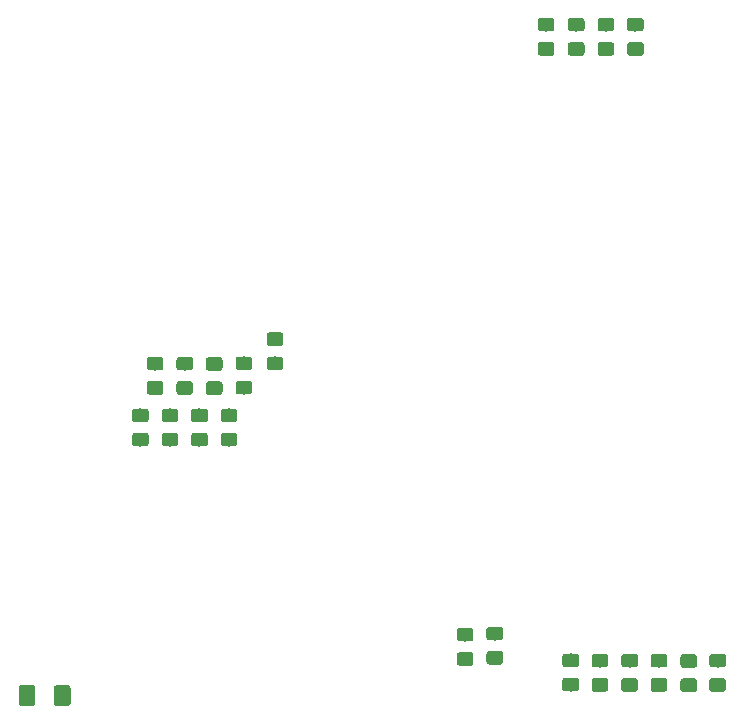
<source format=gbr>
%TF.GenerationSoftware,KiCad,Pcbnew,(5.1.2-1)-1*%
%TF.CreationDate,2019-08-17T10:29:18+10:00*%
%TF.ProjectId,GreengrassEntryHardware,47726565-6e67-4726-9173-73456e747279,v1.0*%
%TF.SameCoordinates,Original*%
%TF.FileFunction,Paste,Bot*%
%TF.FilePolarity,Positive*%
%FSLAX46Y46*%
G04 Gerber Fmt 4.6, Leading zero omitted, Abs format (unit mm)*
G04 Created by KiCad (PCBNEW (5.1.2-1)-1) date 2019-08-17 10:29:18*
%MOMM*%
%LPD*%
G04 APERTURE LIST*
%ADD10C,0.150000*%
%ADD11C,1.150000*%
%ADD12C,1.425000*%
G04 APERTURE END LIST*
D10*
G36*
X167599505Y-116701204D02*
G01*
X167623773Y-116704804D01*
X167647572Y-116710765D01*
X167670671Y-116719030D01*
X167692850Y-116729520D01*
X167713893Y-116742132D01*
X167733599Y-116756747D01*
X167751777Y-116773223D01*
X167768253Y-116791401D01*
X167782868Y-116811107D01*
X167795480Y-116832150D01*
X167805970Y-116854329D01*
X167814235Y-116877428D01*
X167820196Y-116901227D01*
X167823796Y-116925495D01*
X167825000Y-116949999D01*
X167825000Y-117600001D01*
X167823796Y-117624505D01*
X167820196Y-117648773D01*
X167814235Y-117672572D01*
X167805970Y-117695671D01*
X167795480Y-117717850D01*
X167782868Y-117738893D01*
X167768253Y-117758599D01*
X167751777Y-117776777D01*
X167733599Y-117793253D01*
X167713893Y-117807868D01*
X167692850Y-117820480D01*
X167670671Y-117830970D01*
X167647572Y-117839235D01*
X167623773Y-117845196D01*
X167599505Y-117848796D01*
X167575001Y-117850000D01*
X166674999Y-117850000D01*
X166650495Y-117848796D01*
X166626227Y-117845196D01*
X166602428Y-117839235D01*
X166579329Y-117830970D01*
X166557150Y-117820480D01*
X166536107Y-117807868D01*
X166516401Y-117793253D01*
X166498223Y-117776777D01*
X166481747Y-117758599D01*
X166467132Y-117738893D01*
X166454520Y-117717850D01*
X166444030Y-117695671D01*
X166435765Y-117672572D01*
X166429804Y-117648773D01*
X166426204Y-117624505D01*
X166425000Y-117600001D01*
X166425000Y-116949999D01*
X166426204Y-116925495D01*
X166429804Y-116901227D01*
X166435765Y-116877428D01*
X166444030Y-116854329D01*
X166454520Y-116832150D01*
X166467132Y-116811107D01*
X166481747Y-116791401D01*
X166498223Y-116773223D01*
X166516401Y-116756747D01*
X166536107Y-116742132D01*
X166557150Y-116729520D01*
X166579329Y-116719030D01*
X166602428Y-116710765D01*
X166626227Y-116704804D01*
X166650495Y-116701204D01*
X166674999Y-116700000D01*
X167575001Y-116700000D01*
X167599505Y-116701204D01*
X167599505Y-116701204D01*
G37*
D11*
X167125000Y-117275000D03*
D10*
G36*
X167599505Y-118751204D02*
G01*
X167623773Y-118754804D01*
X167647572Y-118760765D01*
X167670671Y-118769030D01*
X167692850Y-118779520D01*
X167713893Y-118792132D01*
X167733599Y-118806747D01*
X167751777Y-118823223D01*
X167768253Y-118841401D01*
X167782868Y-118861107D01*
X167795480Y-118882150D01*
X167805970Y-118904329D01*
X167814235Y-118927428D01*
X167820196Y-118951227D01*
X167823796Y-118975495D01*
X167825000Y-118999999D01*
X167825000Y-119650001D01*
X167823796Y-119674505D01*
X167820196Y-119698773D01*
X167814235Y-119722572D01*
X167805970Y-119745671D01*
X167795480Y-119767850D01*
X167782868Y-119788893D01*
X167768253Y-119808599D01*
X167751777Y-119826777D01*
X167733599Y-119843253D01*
X167713893Y-119857868D01*
X167692850Y-119870480D01*
X167670671Y-119880970D01*
X167647572Y-119889235D01*
X167623773Y-119895196D01*
X167599505Y-119898796D01*
X167575001Y-119900000D01*
X166674999Y-119900000D01*
X166650495Y-119898796D01*
X166626227Y-119895196D01*
X166602428Y-119889235D01*
X166579329Y-119880970D01*
X166557150Y-119870480D01*
X166536107Y-119857868D01*
X166516401Y-119843253D01*
X166498223Y-119826777D01*
X166481747Y-119808599D01*
X166467132Y-119788893D01*
X166454520Y-119767850D01*
X166444030Y-119745671D01*
X166435765Y-119722572D01*
X166429804Y-119698773D01*
X166426204Y-119674505D01*
X166425000Y-119650001D01*
X166425000Y-118999999D01*
X166426204Y-118975495D01*
X166429804Y-118951227D01*
X166435765Y-118927428D01*
X166444030Y-118904329D01*
X166454520Y-118882150D01*
X166467132Y-118861107D01*
X166481747Y-118841401D01*
X166498223Y-118823223D01*
X166516401Y-118806747D01*
X166536107Y-118792132D01*
X166557150Y-118779520D01*
X166579329Y-118769030D01*
X166602428Y-118760765D01*
X166626227Y-118754804D01*
X166650495Y-118751204D01*
X166674999Y-118750000D01*
X167575001Y-118750000D01*
X167599505Y-118751204D01*
X167599505Y-118751204D01*
G37*
D11*
X167125000Y-119325000D03*
D10*
G36*
X132574505Y-89451204D02*
G01*
X132598773Y-89454804D01*
X132622572Y-89460765D01*
X132645671Y-89469030D01*
X132667850Y-89479520D01*
X132688893Y-89492132D01*
X132708599Y-89506747D01*
X132726777Y-89523223D01*
X132743253Y-89541401D01*
X132757868Y-89561107D01*
X132770480Y-89582150D01*
X132780970Y-89604329D01*
X132789235Y-89627428D01*
X132795196Y-89651227D01*
X132798796Y-89675495D01*
X132800000Y-89699999D01*
X132800000Y-90350001D01*
X132798796Y-90374505D01*
X132795196Y-90398773D01*
X132789235Y-90422572D01*
X132780970Y-90445671D01*
X132770480Y-90467850D01*
X132757868Y-90488893D01*
X132743253Y-90508599D01*
X132726777Y-90526777D01*
X132708599Y-90543253D01*
X132688893Y-90557868D01*
X132667850Y-90570480D01*
X132645671Y-90580970D01*
X132622572Y-90589235D01*
X132598773Y-90595196D01*
X132574505Y-90598796D01*
X132550001Y-90600000D01*
X131649999Y-90600000D01*
X131625495Y-90598796D01*
X131601227Y-90595196D01*
X131577428Y-90589235D01*
X131554329Y-90580970D01*
X131532150Y-90570480D01*
X131511107Y-90557868D01*
X131491401Y-90543253D01*
X131473223Y-90526777D01*
X131456747Y-90508599D01*
X131442132Y-90488893D01*
X131429520Y-90467850D01*
X131419030Y-90445671D01*
X131410765Y-90422572D01*
X131404804Y-90398773D01*
X131401204Y-90374505D01*
X131400000Y-90350001D01*
X131400000Y-89699999D01*
X131401204Y-89675495D01*
X131404804Y-89651227D01*
X131410765Y-89627428D01*
X131419030Y-89604329D01*
X131429520Y-89582150D01*
X131442132Y-89561107D01*
X131456747Y-89541401D01*
X131473223Y-89523223D01*
X131491401Y-89506747D01*
X131511107Y-89492132D01*
X131532150Y-89479520D01*
X131554329Y-89469030D01*
X131577428Y-89460765D01*
X131601227Y-89454804D01*
X131625495Y-89451204D01*
X131649999Y-89450000D01*
X132550001Y-89450000D01*
X132574505Y-89451204D01*
X132574505Y-89451204D01*
G37*
D11*
X132100000Y-90025000D03*
D10*
G36*
X132574505Y-91501204D02*
G01*
X132598773Y-91504804D01*
X132622572Y-91510765D01*
X132645671Y-91519030D01*
X132667850Y-91529520D01*
X132688893Y-91542132D01*
X132708599Y-91556747D01*
X132726777Y-91573223D01*
X132743253Y-91591401D01*
X132757868Y-91611107D01*
X132770480Y-91632150D01*
X132780970Y-91654329D01*
X132789235Y-91677428D01*
X132795196Y-91701227D01*
X132798796Y-91725495D01*
X132800000Y-91749999D01*
X132800000Y-92400001D01*
X132798796Y-92424505D01*
X132795196Y-92448773D01*
X132789235Y-92472572D01*
X132780970Y-92495671D01*
X132770480Y-92517850D01*
X132757868Y-92538893D01*
X132743253Y-92558599D01*
X132726777Y-92576777D01*
X132708599Y-92593253D01*
X132688893Y-92607868D01*
X132667850Y-92620480D01*
X132645671Y-92630970D01*
X132622572Y-92639235D01*
X132598773Y-92645196D01*
X132574505Y-92648796D01*
X132550001Y-92650000D01*
X131649999Y-92650000D01*
X131625495Y-92648796D01*
X131601227Y-92645196D01*
X131577428Y-92639235D01*
X131554329Y-92630970D01*
X131532150Y-92620480D01*
X131511107Y-92607868D01*
X131491401Y-92593253D01*
X131473223Y-92576777D01*
X131456747Y-92558599D01*
X131442132Y-92538893D01*
X131429520Y-92517850D01*
X131419030Y-92495671D01*
X131410765Y-92472572D01*
X131404804Y-92448773D01*
X131401204Y-92424505D01*
X131400000Y-92400001D01*
X131400000Y-91749999D01*
X131401204Y-91725495D01*
X131404804Y-91701227D01*
X131410765Y-91677428D01*
X131419030Y-91654329D01*
X131429520Y-91632150D01*
X131442132Y-91611107D01*
X131456747Y-91591401D01*
X131473223Y-91573223D01*
X131491401Y-91556747D01*
X131511107Y-91542132D01*
X131532150Y-91529520D01*
X131554329Y-91519030D01*
X131577428Y-91510765D01*
X131601227Y-91504804D01*
X131625495Y-91501204D01*
X131649999Y-91500000D01*
X132550001Y-91500000D01*
X132574505Y-91501204D01*
X132574505Y-91501204D01*
G37*
D11*
X132100000Y-92075000D03*
D10*
G36*
X128674505Y-95901204D02*
G01*
X128698773Y-95904804D01*
X128722572Y-95910765D01*
X128745671Y-95919030D01*
X128767850Y-95929520D01*
X128788893Y-95942132D01*
X128808599Y-95956747D01*
X128826777Y-95973223D01*
X128843253Y-95991401D01*
X128857868Y-96011107D01*
X128870480Y-96032150D01*
X128880970Y-96054329D01*
X128889235Y-96077428D01*
X128895196Y-96101227D01*
X128898796Y-96125495D01*
X128900000Y-96149999D01*
X128900000Y-96800001D01*
X128898796Y-96824505D01*
X128895196Y-96848773D01*
X128889235Y-96872572D01*
X128880970Y-96895671D01*
X128870480Y-96917850D01*
X128857868Y-96938893D01*
X128843253Y-96958599D01*
X128826777Y-96976777D01*
X128808599Y-96993253D01*
X128788893Y-97007868D01*
X128767850Y-97020480D01*
X128745671Y-97030970D01*
X128722572Y-97039235D01*
X128698773Y-97045196D01*
X128674505Y-97048796D01*
X128650001Y-97050000D01*
X127749999Y-97050000D01*
X127725495Y-97048796D01*
X127701227Y-97045196D01*
X127677428Y-97039235D01*
X127654329Y-97030970D01*
X127632150Y-97020480D01*
X127611107Y-97007868D01*
X127591401Y-96993253D01*
X127573223Y-96976777D01*
X127556747Y-96958599D01*
X127542132Y-96938893D01*
X127529520Y-96917850D01*
X127519030Y-96895671D01*
X127510765Y-96872572D01*
X127504804Y-96848773D01*
X127501204Y-96824505D01*
X127500000Y-96800001D01*
X127500000Y-96149999D01*
X127501204Y-96125495D01*
X127504804Y-96101227D01*
X127510765Y-96077428D01*
X127519030Y-96054329D01*
X127529520Y-96032150D01*
X127542132Y-96011107D01*
X127556747Y-95991401D01*
X127573223Y-95973223D01*
X127591401Y-95956747D01*
X127611107Y-95942132D01*
X127632150Y-95929520D01*
X127654329Y-95919030D01*
X127677428Y-95910765D01*
X127701227Y-95904804D01*
X127725495Y-95901204D01*
X127749999Y-95900000D01*
X128650001Y-95900000D01*
X128674505Y-95901204D01*
X128674505Y-95901204D01*
G37*
D11*
X128200000Y-96475000D03*
D10*
G36*
X128674505Y-97951204D02*
G01*
X128698773Y-97954804D01*
X128722572Y-97960765D01*
X128745671Y-97969030D01*
X128767850Y-97979520D01*
X128788893Y-97992132D01*
X128808599Y-98006747D01*
X128826777Y-98023223D01*
X128843253Y-98041401D01*
X128857868Y-98061107D01*
X128870480Y-98082150D01*
X128880970Y-98104329D01*
X128889235Y-98127428D01*
X128895196Y-98151227D01*
X128898796Y-98175495D01*
X128900000Y-98199999D01*
X128900000Y-98850001D01*
X128898796Y-98874505D01*
X128895196Y-98898773D01*
X128889235Y-98922572D01*
X128880970Y-98945671D01*
X128870480Y-98967850D01*
X128857868Y-98988893D01*
X128843253Y-99008599D01*
X128826777Y-99026777D01*
X128808599Y-99043253D01*
X128788893Y-99057868D01*
X128767850Y-99070480D01*
X128745671Y-99080970D01*
X128722572Y-99089235D01*
X128698773Y-99095196D01*
X128674505Y-99098796D01*
X128650001Y-99100000D01*
X127749999Y-99100000D01*
X127725495Y-99098796D01*
X127701227Y-99095196D01*
X127677428Y-99089235D01*
X127654329Y-99080970D01*
X127632150Y-99070480D01*
X127611107Y-99057868D01*
X127591401Y-99043253D01*
X127573223Y-99026777D01*
X127556747Y-99008599D01*
X127542132Y-98988893D01*
X127529520Y-98967850D01*
X127519030Y-98945671D01*
X127510765Y-98922572D01*
X127504804Y-98898773D01*
X127501204Y-98874505D01*
X127500000Y-98850001D01*
X127500000Y-98199999D01*
X127501204Y-98175495D01*
X127504804Y-98151227D01*
X127510765Y-98127428D01*
X127519030Y-98104329D01*
X127529520Y-98082150D01*
X127542132Y-98061107D01*
X127556747Y-98041401D01*
X127573223Y-98023223D01*
X127591401Y-98006747D01*
X127611107Y-97992132D01*
X127632150Y-97979520D01*
X127654329Y-97969030D01*
X127677428Y-97960765D01*
X127701227Y-97954804D01*
X127725495Y-97951204D01*
X127749999Y-97950000D01*
X128650001Y-97950000D01*
X128674505Y-97951204D01*
X128674505Y-97951204D01*
G37*
D11*
X128200000Y-98525000D03*
D10*
G36*
X129924505Y-91501204D02*
G01*
X129948773Y-91504804D01*
X129972572Y-91510765D01*
X129995671Y-91519030D01*
X130017850Y-91529520D01*
X130038893Y-91542132D01*
X130058599Y-91556747D01*
X130076777Y-91573223D01*
X130093253Y-91591401D01*
X130107868Y-91611107D01*
X130120480Y-91632150D01*
X130130970Y-91654329D01*
X130139235Y-91677428D01*
X130145196Y-91701227D01*
X130148796Y-91725495D01*
X130150000Y-91749999D01*
X130150000Y-92400001D01*
X130148796Y-92424505D01*
X130145196Y-92448773D01*
X130139235Y-92472572D01*
X130130970Y-92495671D01*
X130120480Y-92517850D01*
X130107868Y-92538893D01*
X130093253Y-92558599D01*
X130076777Y-92576777D01*
X130058599Y-92593253D01*
X130038893Y-92607868D01*
X130017850Y-92620480D01*
X129995671Y-92630970D01*
X129972572Y-92639235D01*
X129948773Y-92645196D01*
X129924505Y-92648796D01*
X129900001Y-92650000D01*
X128999999Y-92650000D01*
X128975495Y-92648796D01*
X128951227Y-92645196D01*
X128927428Y-92639235D01*
X128904329Y-92630970D01*
X128882150Y-92620480D01*
X128861107Y-92607868D01*
X128841401Y-92593253D01*
X128823223Y-92576777D01*
X128806747Y-92558599D01*
X128792132Y-92538893D01*
X128779520Y-92517850D01*
X128769030Y-92495671D01*
X128760765Y-92472572D01*
X128754804Y-92448773D01*
X128751204Y-92424505D01*
X128750000Y-92400001D01*
X128750000Y-91749999D01*
X128751204Y-91725495D01*
X128754804Y-91701227D01*
X128760765Y-91677428D01*
X128769030Y-91654329D01*
X128779520Y-91632150D01*
X128792132Y-91611107D01*
X128806747Y-91591401D01*
X128823223Y-91573223D01*
X128841401Y-91556747D01*
X128861107Y-91542132D01*
X128882150Y-91529520D01*
X128904329Y-91519030D01*
X128927428Y-91510765D01*
X128951227Y-91504804D01*
X128975495Y-91501204D01*
X128999999Y-91500000D01*
X129900001Y-91500000D01*
X129924505Y-91501204D01*
X129924505Y-91501204D01*
G37*
D11*
X129450000Y-92075000D03*
D10*
G36*
X129924505Y-93551204D02*
G01*
X129948773Y-93554804D01*
X129972572Y-93560765D01*
X129995671Y-93569030D01*
X130017850Y-93579520D01*
X130038893Y-93592132D01*
X130058599Y-93606747D01*
X130076777Y-93623223D01*
X130093253Y-93641401D01*
X130107868Y-93661107D01*
X130120480Y-93682150D01*
X130130970Y-93704329D01*
X130139235Y-93727428D01*
X130145196Y-93751227D01*
X130148796Y-93775495D01*
X130150000Y-93799999D01*
X130150000Y-94450001D01*
X130148796Y-94474505D01*
X130145196Y-94498773D01*
X130139235Y-94522572D01*
X130130970Y-94545671D01*
X130120480Y-94567850D01*
X130107868Y-94588893D01*
X130093253Y-94608599D01*
X130076777Y-94626777D01*
X130058599Y-94643253D01*
X130038893Y-94657868D01*
X130017850Y-94670480D01*
X129995671Y-94680970D01*
X129972572Y-94689235D01*
X129948773Y-94695196D01*
X129924505Y-94698796D01*
X129900001Y-94700000D01*
X128999999Y-94700000D01*
X128975495Y-94698796D01*
X128951227Y-94695196D01*
X128927428Y-94689235D01*
X128904329Y-94680970D01*
X128882150Y-94670480D01*
X128861107Y-94657868D01*
X128841401Y-94643253D01*
X128823223Y-94626777D01*
X128806747Y-94608599D01*
X128792132Y-94588893D01*
X128779520Y-94567850D01*
X128769030Y-94545671D01*
X128760765Y-94522572D01*
X128754804Y-94498773D01*
X128751204Y-94474505D01*
X128750000Y-94450001D01*
X128750000Y-93799999D01*
X128751204Y-93775495D01*
X128754804Y-93751227D01*
X128760765Y-93727428D01*
X128769030Y-93704329D01*
X128779520Y-93682150D01*
X128792132Y-93661107D01*
X128806747Y-93641401D01*
X128823223Y-93623223D01*
X128841401Y-93606747D01*
X128861107Y-93592132D01*
X128882150Y-93579520D01*
X128904329Y-93569030D01*
X128927428Y-93560765D01*
X128951227Y-93554804D01*
X128975495Y-93551204D01*
X128999999Y-93550000D01*
X129900001Y-93550000D01*
X129924505Y-93551204D01*
X129924505Y-93551204D01*
G37*
D11*
X129450000Y-94125000D03*
D10*
G36*
X151174505Y-116426204D02*
G01*
X151198773Y-116429804D01*
X151222572Y-116435765D01*
X151245671Y-116444030D01*
X151267850Y-116454520D01*
X151288893Y-116467132D01*
X151308599Y-116481747D01*
X151326777Y-116498223D01*
X151343253Y-116516401D01*
X151357868Y-116536107D01*
X151370480Y-116557150D01*
X151380970Y-116579329D01*
X151389235Y-116602428D01*
X151395196Y-116626227D01*
X151398796Y-116650495D01*
X151400000Y-116674999D01*
X151400000Y-117325001D01*
X151398796Y-117349505D01*
X151395196Y-117373773D01*
X151389235Y-117397572D01*
X151380970Y-117420671D01*
X151370480Y-117442850D01*
X151357868Y-117463893D01*
X151343253Y-117483599D01*
X151326777Y-117501777D01*
X151308599Y-117518253D01*
X151288893Y-117532868D01*
X151267850Y-117545480D01*
X151245671Y-117555970D01*
X151222572Y-117564235D01*
X151198773Y-117570196D01*
X151174505Y-117573796D01*
X151150001Y-117575000D01*
X150249999Y-117575000D01*
X150225495Y-117573796D01*
X150201227Y-117570196D01*
X150177428Y-117564235D01*
X150154329Y-117555970D01*
X150132150Y-117545480D01*
X150111107Y-117532868D01*
X150091401Y-117518253D01*
X150073223Y-117501777D01*
X150056747Y-117483599D01*
X150042132Y-117463893D01*
X150029520Y-117442850D01*
X150019030Y-117420671D01*
X150010765Y-117397572D01*
X150004804Y-117373773D01*
X150001204Y-117349505D01*
X150000000Y-117325001D01*
X150000000Y-116674999D01*
X150001204Y-116650495D01*
X150004804Y-116626227D01*
X150010765Y-116602428D01*
X150019030Y-116579329D01*
X150029520Y-116557150D01*
X150042132Y-116536107D01*
X150056747Y-116516401D01*
X150073223Y-116498223D01*
X150091401Y-116481747D01*
X150111107Y-116467132D01*
X150132150Y-116454520D01*
X150154329Y-116444030D01*
X150177428Y-116435765D01*
X150201227Y-116429804D01*
X150225495Y-116426204D01*
X150249999Y-116425000D01*
X151150001Y-116425000D01*
X151174505Y-116426204D01*
X151174505Y-116426204D01*
G37*
D11*
X150700000Y-117000000D03*
D10*
G36*
X151174505Y-114376204D02*
G01*
X151198773Y-114379804D01*
X151222572Y-114385765D01*
X151245671Y-114394030D01*
X151267850Y-114404520D01*
X151288893Y-114417132D01*
X151308599Y-114431747D01*
X151326777Y-114448223D01*
X151343253Y-114466401D01*
X151357868Y-114486107D01*
X151370480Y-114507150D01*
X151380970Y-114529329D01*
X151389235Y-114552428D01*
X151395196Y-114576227D01*
X151398796Y-114600495D01*
X151400000Y-114624999D01*
X151400000Y-115275001D01*
X151398796Y-115299505D01*
X151395196Y-115323773D01*
X151389235Y-115347572D01*
X151380970Y-115370671D01*
X151370480Y-115392850D01*
X151357868Y-115413893D01*
X151343253Y-115433599D01*
X151326777Y-115451777D01*
X151308599Y-115468253D01*
X151288893Y-115482868D01*
X151267850Y-115495480D01*
X151245671Y-115505970D01*
X151222572Y-115514235D01*
X151198773Y-115520196D01*
X151174505Y-115523796D01*
X151150001Y-115525000D01*
X150249999Y-115525000D01*
X150225495Y-115523796D01*
X150201227Y-115520196D01*
X150177428Y-115514235D01*
X150154329Y-115505970D01*
X150132150Y-115495480D01*
X150111107Y-115482868D01*
X150091401Y-115468253D01*
X150073223Y-115451777D01*
X150056747Y-115433599D01*
X150042132Y-115413893D01*
X150029520Y-115392850D01*
X150019030Y-115370671D01*
X150010765Y-115347572D01*
X150004804Y-115323773D01*
X150001204Y-115299505D01*
X150000000Y-115275001D01*
X150000000Y-114624999D01*
X150001204Y-114600495D01*
X150004804Y-114576227D01*
X150010765Y-114552428D01*
X150019030Y-114529329D01*
X150029520Y-114507150D01*
X150042132Y-114486107D01*
X150056747Y-114466401D01*
X150073223Y-114448223D01*
X150091401Y-114431747D01*
X150111107Y-114417132D01*
X150132150Y-114404520D01*
X150154329Y-114394030D01*
X150177428Y-114385765D01*
X150201227Y-114379804D01*
X150225495Y-114376204D01*
X150249999Y-114375000D01*
X151150001Y-114375000D01*
X151174505Y-114376204D01*
X151174505Y-114376204D01*
G37*
D11*
X150700000Y-114950000D03*
D10*
G36*
X148674505Y-116526204D02*
G01*
X148698773Y-116529804D01*
X148722572Y-116535765D01*
X148745671Y-116544030D01*
X148767850Y-116554520D01*
X148788893Y-116567132D01*
X148808599Y-116581747D01*
X148826777Y-116598223D01*
X148843253Y-116616401D01*
X148857868Y-116636107D01*
X148870480Y-116657150D01*
X148880970Y-116679329D01*
X148889235Y-116702428D01*
X148895196Y-116726227D01*
X148898796Y-116750495D01*
X148900000Y-116774999D01*
X148900000Y-117425001D01*
X148898796Y-117449505D01*
X148895196Y-117473773D01*
X148889235Y-117497572D01*
X148880970Y-117520671D01*
X148870480Y-117542850D01*
X148857868Y-117563893D01*
X148843253Y-117583599D01*
X148826777Y-117601777D01*
X148808599Y-117618253D01*
X148788893Y-117632868D01*
X148767850Y-117645480D01*
X148745671Y-117655970D01*
X148722572Y-117664235D01*
X148698773Y-117670196D01*
X148674505Y-117673796D01*
X148650001Y-117675000D01*
X147749999Y-117675000D01*
X147725495Y-117673796D01*
X147701227Y-117670196D01*
X147677428Y-117664235D01*
X147654329Y-117655970D01*
X147632150Y-117645480D01*
X147611107Y-117632868D01*
X147591401Y-117618253D01*
X147573223Y-117601777D01*
X147556747Y-117583599D01*
X147542132Y-117563893D01*
X147529520Y-117542850D01*
X147519030Y-117520671D01*
X147510765Y-117497572D01*
X147504804Y-117473773D01*
X147501204Y-117449505D01*
X147500000Y-117425001D01*
X147500000Y-116774999D01*
X147501204Y-116750495D01*
X147504804Y-116726227D01*
X147510765Y-116702428D01*
X147519030Y-116679329D01*
X147529520Y-116657150D01*
X147542132Y-116636107D01*
X147556747Y-116616401D01*
X147573223Y-116598223D01*
X147591401Y-116581747D01*
X147611107Y-116567132D01*
X147632150Y-116554520D01*
X147654329Y-116544030D01*
X147677428Y-116535765D01*
X147701227Y-116529804D01*
X147725495Y-116526204D01*
X147749999Y-116525000D01*
X148650001Y-116525000D01*
X148674505Y-116526204D01*
X148674505Y-116526204D01*
G37*
D11*
X148200000Y-117100000D03*
D10*
G36*
X148674505Y-114476204D02*
G01*
X148698773Y-114479804D01*
X148722572Y-114485765D01*
X148745671Y-114494030D01*
X148767850Y-114504520D01*
X148788893Y-114517132D01*
X148808599Y-114531747D01*
X148826777Y-114548223D01*
X148843253Y-114566401D01*
X148857868Y-114586107D01*
X148870480Y-114607150D01*
X148880970Y-114629329D01*
X148889235Y-114652428D01*
X148895196Y-114676227D01*
X148898796Y-114700495D01*
X148900000Y-114724999D01*
X148900000Y-115375001D01*
X148898796Y-115399505D01*
X148895196Y-115423773D01*
X148889235Y-115447572D01*
X148880970Y-115470671D01*
X148870480Y-115492850D01*
X148857868Y-115513893D01*
X148843253Y-115533599D01*
X148826777Y-115551777D01*
X148808599Y-115568253D01*
X148788893Y-115582868D01*
X148767850Y-115595480D01*
X148745671Y-115605970D01*
X148722572Y-115614235D01*
X148698773Y-115620196D01*
X148674505Y-115623796D01*
X148650001Y-115625000D01*
X147749999Y-115625000D01*
X147725495Y-115623796D01*
X147701227Y-115620196D01*
X147677428Y-115614235D01*
X147654329Y-115605970D01*
X147632150Y-115595480D01*
X147611107Y-115582868D01*
X147591401Y-115568253D01*
X147573223Y-115551777D01*
X147556747Y-115533599D01*
X147542132Y-115513893D01*
X147529520Y-115492850D01*
X147519030Y-115470671D01*
X147510765Y-115447572D01*
X147504804Y-115423773D01*
X147501204Y-115399505D01*
X147500000Y-115375001D01*
X147500000Y-114724999D01*
X147501204Y-114700495D01*
X147504804Y-114676227D01*
X147510765Y-114652428D01*
X147519030Y-114629329D01*
X147529520Y-114607150D01*
X147542132Y-114586107D01*
X147556747Y-114566401D01*
X147573223Y-114548223D01*
X147591401Y-114531747D01*
X147611107Y-114517132D01*
X147632150Y-114504520D01*
X147654329Y-114494030D01*
X147677428Y-114485765D01*
X147701227Y-114479804D01*
X147725495Y-114476204D01*
X147749999Y-114475000D01*
X148650001Y-114475000D01*
X148674505Y-114476204D01*
X148674505Y-114476204D01*
G37*
D11*
X148200000Y-115050000D03*
D10*
G36*
X157599505Y-118701204D02*
G01*
X157623773Y-118704804D01*
X157647572Y-118710765D01*
X157670671Y-118719030D01*
X157692850Y-118729520D01*
X157713893Y-118742132D01*
X157733599Y-118756747D01*
X157751777Y-118773223D01*
X157768253Y-118791401D01*
X157782868Y-118811107D01*
X157795480Y-118832150D01*
X157805970Y-118854329D01*
X157814235Y-118877428D01*
X157820196Y-118901227D01*
X157823796Y-118925495D01*
X157825000Y-118949999D01*
X157825000Y-119600001D01*
X157823796Y-119624505D01*
X157820196Y-119648773D01*
X157814235Y-119672572D01*
X157805970Y-119695671D01*
X157795480Y-119717850D01*
X157782868Y-119738893D01*
X157768253Y-119758599D01*
X157751777Y-119776777D01*
X157733599Y-119793253D01*
X157713893Y-119807868D01*
X157692850Y-119820480D01*
X157670671Y-119830970D01*
X157647572Y-119839235D01*
X157623773Y-119845196D01*
X157599505Y-119848796D01*
X157575001Y-119850000D01*
X156674999Y-119850000D01*
X156650495Y-119848796D01*
X156626227Y-119845196D01*
X156602428Y-119839235D01*
X156579329Y-119830970D01*
X156557150Y-119820480D01*
X156536107Y-119807868D01*
X156516401Y-119793253D01*
X156498223Y-119776777D01*
X156481747Y-119758599D01*
X156467132Y-119738893D01*
X156454520Y-119717850D01*
X156444030Y-119695671D01*
X156435765Y-119672572D01*
X156429804Y-119648773D01*
X156426204Y-119624505D01*
X156425000Y-119600001D01*
X156425000Y-118949999D01*
X156426204Y-118925495D01*
X156429804Y-118901227D01*
X156435765Y-118877428D01*
X156444030Y-118854329D01*
X156454520Y-118832150D01*
X156467132Y-118811107D01*
X156481747Y-118791401D01*
X156498223Y-118773223D01*
X156516401Y-118756747D01*
X156536107Y-118742132D01*
X156557150Y-118729520D01*
X156579329Y-118719030D01*
X156602428Y-118710765D01*
X156626227Y-118704804D01*
X156650495Y-118701204D01*
X156674999Y-118700000D01*
X157575001Y-118700000D01*
X157599505Y-118701204D01*
X157599505Y-118701204D01*
G37*
D11*
X157125000Y-119275000D03*
D10*
G36*
X157599505Y-116651204D02*
G01*
X157623773Y-116654804D01*
X157647572Y-116660765D01*
X157670671Y-116669030D01*
X157692850Y-116679520D01*
X157713893Y-116692132D01*
X157733599Y-116706747D01*
X157751777Y-116723223D01*
X157768253Y-116741401D01*
X157782868Y-116761107D01*
X157795480Y-116782150D01*
X157805970Y-116804329D01*
X157814235Y-116827428D01*
X157820196Y-116851227D01*
X157823796Y-116875495D01*
X157825000Y-116899999D01*
X157825000Y-117550001D01*
X157823796Y-117574505D01*
X157820196Y-117598773D01*
X157814235Y-117622572D01*
X157805970Y-117645671D01*
X157795480Y-117667850D01*
X157782868Y-117688893D01*
X157768253Y-117708599D01*
X157751777Y-117726777D01*
X157733599Y-117743253D01*
X157713893Y-117757868D01*
X157692850Y-117770480D01*
X157670671Y-117780970D01*
X157647572Y-117789235D01*
X157623773Y-117795196D01*
X157599505Y-117798796D01*
X157575001Y-117800000D01*
X156674999Y-117800000D01*
X156650495Y-117798796D01*
X156626227Y-117795196D01*
X156602428Y-117789235D01*
X156579329Y-117780970D01*
X156557150Y-117770480D01*
X156536107Y-117757868D01*
X156516401Y-117743253D01*
X156498223Y-117726777D01*
X156481747Y-117708599D01*
X156467132Y-117688893D01*
X156454520Y-117667850D01*
X156444030Y-117645671D01*
X156435765Y-117622572D01*
X156429804Y-117598773D01*
X156426204Y-117574505D01*
X156425000Y-117550001D01*
X156425000Y-116899999D01*
X156426204Y-116875495D01*
X156429804Y-116851227D01*
X156435765Y-116827428D01*
X156444030Y-116804329D01*
X156454520Y-116782150D01*
X156467132Y-116761107D01*
X156481747Y-116741401D01*
X156498223Y-116723223D01*
X156516401Y-116706747D01*
X156536107Y-116692132D01*
X156557150Y-116679520D01*
X156579329Y-116669030D01*
X156602428Y-116660765D01*
X156626227Y-116654804D01*
X156650495Y-116651204D01*
X156674999Y-116650000D01*
X157575001Y-116650000D01*
X157599505Y-116651204D01*
X157599505Y-116651204D01*
G37*
D11*
X157125000Y-117225000D03*
D10*
G36*
X162599505Y-118726204D02*
G01*
X162623773Y-118729804D01*
X162647572Y-118735765D01*
X162670671Y-118744030D01*
X162692850Y-118754520D01*
X162713893Y-118767132D01*
X162733599Y-118781747D01*
X162751777Y-118798223D01*
X162768253Y-118816401D01*
X162782868Y-118836107D01*
X162795480Y-118857150D01*
X162805970Y-118879329D01*
X162814235Y-118902428D01*
X162820196Y-118926227D01*
X162823796Y-118950495D01*
X162825000Y-118974999D01*
X162825000Y-119625001D01*
X162823796Y-119649505D01*
X162820196Y-119673773D01*
X162814235Y-119697572D01*
X162805970Y-119720671D01*
X162795480Y-119742850D01*
X162782868Y-119763893D01*
X162768253Y-119783599D01*
X162751777Y-119801777D01*
X162733599Y-119818253D01*
X162713893Y-119832868D01*
X162692850Y-119845480D01*
X162670671Y-119855970D01*
X162647572Y-119864235D01*
X162623773Y-119870196D01*
X162599505Y-119873796D01*
X162575001Y-119875000D01*
X161674999Y-119875000D01*
X161650495Y-119873796D01*
X161626227Y-119870196D01*
X161602428Y-119864235D01*
X161579329Y-119855970D01*
X161557150Y-119845480D01*
X161536107Y-119832868D01*
X161516401Y-119818253D01*
X161498223Y-119801777D01*
X161481747Y-119783599D01*
X161467132Y-119763893D01*
X161454520Y-119742850D01*
X161444030Y-119720671D01*
X161435765Y-119697572D01*
X161429804Y-119673773D01*
X161426204Y-119649505D01*
X161425000Y-119625001D01*
X161425000Y-118974999D01*
X161426204Y-118950495D01*
X161429804Y-118926227D01*
X161435765Y-118902428D01*
X161444030Y-118879329D01*
X161454520Y-118857150D01*
X161467132Y-118836107D01*
X161481747Y-118816401D01*
X161498223Y-118798223D01*
X161516401Y-118781747D01*
X161536107Y-118767132D01*
X161557150Y-118754520D01*
X161579329Y-118744030D01*
X161602428Y-118735765D01*
X161626227Y-118729804D01*
X161650495Y-118726204D01*
X161674999Y-118725000D01*
X162575001Y-118725000D01*
X162599505Y-118726204D01*
X162599505Y-118726204D01*
G37*
D11*
X162125000Y-119300000D03*
D10*
G36*
X162599505Y-116676204D02*
G01*
X162623773Y-116679804D01*
X162647572Y-116685765D01*
X162670671Y-116694030D01*
X162692850Y-116704520D01*
X162713893Y-116717132D01*
X162733599Y-116731747D01*
X162751777Y-116748223D01*
X162768253Y-116766401D01*
X162782868Y-116786107D01*
X162795480Y-116807150D01*
X162805970Y-116829329D01*
X162814235Y-116852428D01*
X162820196Y-116876227D01*
X162823796Y-116900495D01*
X162825000Y-116924999D01*
X162825000Y-117575001D01*
X162823796Y-117599505D01*
X162820196Y-117623773D01*
X162814235Y-117647572D01*
X162805970Y-117670671D01*
X162795480Y-117692850D01*
X162782868Y-117713893D01*
X162768253Y-117733599D01*
X162751777Y-117751777D01*
X162733599Y-117768253D01*
X162713893Y-117782868D01*
X162692850Y-117795480D01*
X162670671Y-117805970D01*
X162647572Y-117814235D01*
X162623773Y-117820196D01*
X162599505Y-117823796D01*
X162575001Y-117825000D01*
X161674999Y-117825000D01*
X161650495Y-117823796D01*
X161626227Y-117820196D01*
X161602428Y-117814235D01*
X161579329Y-117805970D01*
X161557150Y-117795480D01*
X161536107Y-117782868D01*
X161516401Y-117768253D01*
X161498223Y-117751777D01*
X161481747Y-117733599D01*
X161467132Y-117713893D01*
X161454520Y-117692850D01*
X161444030Y-117670671D01*
X161435765Y-117647572D01*
X161429804Y-117623773D01*
X161426204Y-117599505D01*
X161425000Y-117575001D01*
X161425000Y-116924999D01*
X161426204Y-116900495D01*
X161429804Y-116876227D01*
X161435765Y-116852428D01*
X161444030Y-116829329D01*
X161454520Y-116807150D01*
X161467132Y-116786107D01*
X161481747Y-116766401D01*
X161498223Y-116748223D01*
X161516401Y-116731747D01*
X161536107Y-116717132D01*
X161557150Y-116704520D01*
X161579329Y-116694030D01*
X161602428Y-116685765D01*
X161626227Y-116679804D01*
X161650495Y-116676204D01*
X161674999Y-116675000D01*
X162575001Y-116675000D01*
X162599505Y-116676204D01*
X162599505Y-116676204D01*
G37*
D11*
X162125000Y-117250000D03*
D10*
G36*
X170049505Y-118726204D02*
G01*
X170073773Y-118729804D01*
X170097572Y-118735765D01*
X170120671Y-118744030D01*
X170142850Y-118754520D01*
X170163893Y-118767132D01*
X170183599Y-118781747D01*
X170201777Y-118798223D01*
X170218253Y-118816401D01*
X170232868Y-118836107D01*
X170245480Y-118857150D01*
X170255970Y-118879329D01*
X170264235Y-118902428D01*
X170270196Y-118926227D01*
X170273796Y-118950495D01*
X170275000Y-118974999D01*
X170275000Y-119625001D01*
X170273796Y-119649505D01*
X170270196Y-119673773D01*
X170264235Y-119697572D01*
X170255970Y-119720671D01*
X170245480Y-119742850D01*
X170232868Y-119763893D01*
X170218253Y-119783599D01*
X170201777Y-119801777D01*
X170183599Y-119818253D01*
X170163893Y-119832868D01*
X170142850Y-119845480D01*
X170120671Y-119855970D01*
X170097572Y-119864235D01*
X170073773Y-119870196D01*
X170049505Y-119873796D01*
X170025001Y-119875000D01*
X169124999Y-119875000D01*
X169100495Y-119873796D01*
X169076227Y-119870196D01*
X169052428Y-119864235D01*
X169029329Y-119855970D01*
X169007150Y-119845480D01*
X168986107Y-119832868D01*
X168966401Y-119818253D01*
X168948223Y-119801777D01*
X168931747Y-119783599D01*
X168917132Y-119763893D01*
X168904520Y-119742850D01*
X168894030Y-119720671D01*
X168885765Y-119697572D01*
X168879804Y-119673773D01*
X168876204Y-119649505D01*
X168875000Y-119625001D01*
X168875000Y-118974999D01*
X168876204Y-118950495D01*
X168879804Y-118926227D01*
X168885765Y-118902428D01*
X168894030Y-118879329D01*
X168904520Y-118857150D01*
X168917132Y-118836107D01*
X168931747Y-118816401D01*
X168948223Y-118798223D01*
X168966401Y-118781747D01*
X168986107Y-118767132D01*
X169007150Y-118754520D01*
X169029329Y-118744030D01*
X169052428Y-118735765D01*
X169076227Y-118729804D01*
X169100495Y-118726204D01*
X169124999Y-118725000D01*
X170025001Y-118725000D01*
X170049505Y-118726204D01*
X170049505Y-118726204D01*
G37*
D11*
X169575000Y-119300000D03*
D10*
G36*
X170049505Y-116676204D02*
G01*
X170073773Y-116679804D01*
X170097572Y-116685765D01*
X170120671Y-116694030D01*
X170142850Y-116704520D01*
X170163893Y-116717132D01*
X170183599Y-116731747D01*
X170201777Y-116748223D01*
X170218253Y-116766401D01*
X170232868Y-116786107D01*
X170245480Y-116807150D01*
X170255970Y-116829329D01*
X170264235Y-116852428D01*
X170270196Y-116876227D01*
X170273796Y-116900495D01*
X170275000Y-116924999D01*
X170275000Y-117575001D01*
X170273796Y-117599505D01*
X170270196Y-117623773D01*
X170264235Y-117647572D01*
X170255970Y-117670671D01*
X170245480Y-117692850D01*
X170232868Y-117713893D01*
X170218253Y-117733599D01*
X170201777Y-117751777D01*
X170183599Y-117768253D01*
X170163893Y-117782868D01*
X170142850Y-117795480D01*
X170120671Y-117805970D01*
X170097572Y-117814235D01*
X170073773Y-117820196D01*
X170049505Y-117823796D01*
X170025001Y-117825000D01*
X169124999Y-117825000D01*
X169100495Y-117823796D01*
X169076227Y-117820196D01*
X169052428Y-117814235D01*
X169029329Y-117805970D01*
X169007150Y-117795480D01*
X168986107Y-117782868D01*
X168966401Y-117768253D01*
X168948223Y-117751777D01*
X168931747Y-117733599D01*
X168917132Y-117713893D01*
X168904520Y-117692850D01*
X168894030Y-117670671D01*
X168885765Y-117647572D01*
X168879804Y-117623773D01*
X168876204Y-117599505D01*
X168875000Y-117575001D01*
X168875000Y-116924999D01*
X168876204Y-116900495D01*
X168879804Y-116876227D01*
X168885765Y-116852428D01*
X168894030Y-116829329D01*
X168904520Y-116807150D01*
X168917132Y-116786107D01*
X168931747Y-116766401D01*
X168948223Y-116748223D01*
X168966401Y-116731747D01*
X168986107Y-116717132D01*
X169007150Y-116704520D01*
X169029329Y-116694030D01*
X169052428Y-116685765D01*
X169076227Y-116679804D01*
X169100495Y-116676204D01*
X169124999Y-116675000D01*
X170025001Y-116675000D01*
X170049505Y-116676204D01*
X170049505Y-116676204D01*
G37*
D11*
X169575000Y-117250000D03*
D10*
G36*
X165074505Y-116676204D02*
G01*
X165098773Y-116679804D01*
X165122572Y-116685765D01*
X165145671Y-116694030D01*
X165167850Y-116704520D01*
X165188893Y-116717132D01*
X165208599Y-116731747D01*
X165226777Y-116748223D01*
X165243253Y-116766401D01*
X165257868Y-116786107D01*
X165270480Y-116807150D01*
X165280970Y-116829329D01*
X165289235Y-116852428D01*
X165295196Y-116876227D01*
X165298796Y-116900495D01*
X165300000Y-116924999D01*
X165300000Y-117575001D01*
X165298796Y-117599505D01*
X165295196Y-117623773D01*
X165289235Y-117647572D01*
X165280970Y-117670671D01*
X165270480Y-117692850D01*
X165257868Y-117713893D01*
X165243253Y-117733599D01*
X165226777Y-117751777D01*
X165208599Y-117768253D01*
X165188893Y-117782868D01*
X165167850Y-117795480D01*
X165145671Y-117805970D01*
X165122572Y-117814235D01*
X165098773Y-117820196D01*
X165074505Y-117823796D01*
X165050001Y-117825000D01*
X164149999Y-117825000D01*
X164125495Y-117823796D01*
X164101227Y-117820196D01*
X164077428Y-117814235D01*
X164054329Y-117805970D01*
X164032150Y-117795480D01*
X164011107Y-117782868D01*
X163991401Y-117768253D01*
X163973223Y-117751777D01*
X163956747Y-117733599D01*
X163942132Y-117713893D01*
X163929520Y-117692850D01*
X163919030Y-117670671D01*
X163910765Y-117647572D01*
X163904804Y-117623773D01*
X163901204Y-117599505D01*
X163900000Y-117575001D01*
X163900000Y-116924999D01*
X163901204Y-116900495D01*
X163904804Y-116876227D01*
X163910765Y-116852428D01*
X163919030Y-116829329D01*
X163929520Y-116807150D01*
X163942132Y-116786107D01*
X163956747Y-116766401D01*
X163973223Y-116748223D01*
X163991401Y-116731747D01*
X164011107Y-116717132D01*
X164032150Y-116704520D01*
X164054329Y-116694030D01*
X164077428Y-116685765D01*
X164101227Y-116679804D01*
X164125495Y-116676204D01*
X164149999Y-116675000D01*
X165050001Y-116675000D01*
X165074505Y-116676204D01*
X165074505Y-116676204D01*
G37*
D11*
X164600000Y-117250000D03*
D10*
G36*
X165074505Y-118726204D02*
G01*
X165098773Y-118729804D01*
X165122572Y-118735765D01*
X165145671Y-118744030D01*
X165167850Y-118754520D01*
X165188893Y-118767132D01*
X165208599Y-118781747D01*
X165226777Y-118798223D01*
X165243253Y-118816401D01*
X165257868Y-118836107D01*
X165270480Y-118857150D01*
X165280970Y-118879329D01*
X165289235Y-118902428D01*
X165295196Y-118926227D01*
X165298796Y-118950495D01*
X165300000Y-118974999D01*
X165300000Y-119625001D01*
X165298796Y-119649505D01*
X165295196Y-119673773D01*
X165289235Y-119697572D01*
X165280970Y-119720671D01*
X165270480Y-119742850D01*
X165257868Y-119763893D01*
X165243253Y-119783599D01*
X165226777Y-119801777D01*
X165208599Y-119818253D01*
X165188893Y-119832868D01*
X165167850Y-119845480D01*
X165145671Y-119855970D01*
X165122572Y-119864235D01*
X165098773Y-119870196D01*
X165074505Y-119873796D01*
X165050001Y-119875000D01*
X164149999Y-119875000D01*
X164125495Y-119873796D01*
X164101227Y-119870196D01*
X164077428Y-119864235D01*
X164054329Y-119855970D01*
X164032150Y-119845480D01*
X164011107Y-119832868D01*
X163991401Y-119818253D01*
X163973223Y-119801777D01*
X163956747Y-119783599D01*
X163942132Y-119763893D01*
X163929520Y-119742850D01*
X163919030Y-119720671D01*
X163910765Y-119697572D01*
X163904804Y-119673773D01*
X163901204Y-119649505D01*
X163900000Y-119625001D01*
X163900000Y-118974999D01*
X163901204Y-118950495D01*
X163904804Y-118926227D01*
X163910765Y-118902428D01*
X163919030Y-118879329D01*
X163929520Y-118857150D01*
X163942132Y-118836107D01*
X163956747Y-118816401D01*
X163973223Y-118798223D01*
X163991401Y-118781747D01*
X164011107Y-118767132D01*
X164032150Y-118754520D01*
X164054329Y-118744030D01*
X164077428Y-118735765D01*
X164101227Y-118729804D01*
X164125495Y-118726204D01*
X164149999Y-118725000D01*
X165050001Y-118725000D01*
X165074505Y-118726204D01*
X165074505Y-118726204D01*
G37*
D11*
X164600000Y-119300000D03*
D10*
G36*
X160074505Y-116676204D02*
G01*
X160098773Y-116679804D01*
X160122572Y-116685765D01*
X160145671Y-116694030D01*
X160167850Y-116704520D01*
X160188893Y-116717132D01*
X160208599Y-116731747D01*
X160226777Y-116748223D01*
X160243253Y-116766401D01*
X160257868Y-116786107D01*
X160270480Y-116807150D01*
X160280970Y-116829329D01*
X160289235Y-116852428D01*
X160295196Y-116876227D01*
X160298796Y-116900495D01*
X160300000Y-116924999D01*
X160300000Y-117575001D01*
X160298796Y-117599505D01*
X160295196Y-117623773D01*
X160289235Y-117647572D01*
X160280970Y-117670671D01*
X160270480Y-117692850D01*
X160257868Y-117713893D01*
X160243253Y-117733599D01*
X160226777Y-117751777D01*
X160208599Y-117768253D01*
X160188893Y-117782868D01*
X160167850Y-117795480D01*
X160145671Y-117805970D01*
X160122572Y-117814235D01*
X160098773Y-117820196D01*
X160074505Y-117823796D01*
X160050001Y-117825000D01*
X159149999Y-117825000D01*
X159125495Y-117823796D01*
X159101227Y-117820196D01*
X159077428Y-117814235D01*
X159054329Y-117805970D01*
X159032150Y-117795480D01*
X159011107Y-117782868D01*
X158991401Y-117768253D01*
X158973223Y-117751777D01*
X158956747Y-117733599D01*
X158942132Y-117713893D01*
X158929520Y-117692850D01*
X158919030Y-117670671D01*
X158910765Y-117647572D01*
X158904804Y-117623773D01*
X158901204Y-117599505D01*
X158900000Y-117575001D01*
X158900000Y-116924999D01*
X158901204Y-116900495D01*
X158904804Y-116876227D01*
X158910765Y-116852428D01*
X158919030Y-116829329D01*
X158929520Y-116807150D01*
X158942132Y-116786107D01*
X158956747Y-116766401D01*
X158973223Y-116748223D01*
X158991401Y-116731747D01*
X159011107Y-116717132D01*
X159032150Y-116704520D01*
X159054329Y-116694030D01*
X159077428Y-116685765D01*
X159101227Y-116679804D01*
X159125495Y-116676204D01*
X159149999Y-116675000D01*
X160050001Y-116675000D01*
X160074505Y-116676204D01*
X160074505Y-116676204D01*
G37*
D11*
X159600000Y-117250000D03*
D10*
G36*
X160074505Y-118726204D02*
G01*
X160098773Y-118729804D01*
X160122572Y-118735765D01*
X160145671Y-118744030D01*
X160167850Y-118754520D01*
X160188893Y-118767132D01*
X160208599Y-118781747D01*
X160226777Y-118798223D01*
X160243253Y-118816401D01*
X160257868Y-118836107D01*
X160270480Y-118857150D01*
X160280970Y-118879329D01*
X160289235Y-118902428D01*
X160295196Y-118926227D01*
X160298796Y-118950495D01*
X160300000Y-118974999D01*
X160300000Y-119625001D01*
X160298796Y-119649505D01*
X160295196Y-119673773D01*
X160289235Y-119697572D01*
X160280970Y-119720671D01*
X160270480Y-119742850D01*
X160257868Y-119763893D01*
X160243253Y-119783599D01*
X160226777Y-119801777D01*
X160208599Y-119818253D01*
X160188893Y-119832868D01*
X160167850Y-119845480D01*
X160145671Y-119855970D01*
X160122572Y-119864235D01*
X160098773Y-119870196D01*
X160074505Y-119873796D01*
X160050001Y-119875000D01*
X159149999Y-119875000D01*
X159125495Y-119873796D01*
X159101227Y-119870196D01*
X159077428Y-119864235D01*
X159054329Y-119855970D01*
X159032150Y-119845480D01*
X159011107Y-119832868D01*
X158991401Y-119818253D01*
X158973223Y-119801777D01*
X158956747Y-119783599D01*
X158942132Y-119763893D01*
X158929520Y-119742850D01*
X158919030Y-119720671D01*
X158910765Y-119697572D01*
X158904804Y-119673773D01*
X158901204Y-119649505D01*
X158900000Y-119625001D01*
X158900000Y-118974999D01*
X158901204Y-118950495D01*
X158904804Y-118926227D01*
X158910765Y-118902428D01*
X158919030Y-118879329D01*
X158929520Y-118857150D01*
X158942132Y-118836107D01*
X158956747Y-118816401D01*
X158973223Y-118798223D01*
X158991401Y-118781747D01*
X159011107Y-118767132D01*
X159032150Y-118754520D01*
X159054329Y-118744030D01*
X159077428Y-118735765D01*
X159101227Y-118729804D01*
X159125495Y-118726204D01*
X159149999Y-118725000D01*
X160050001Y-118725000D01*
X160074505Y-118726204D01*
X160074505Y-118726204D01*
G37*
D11*
X159600000Y-119300000D03*
D10*
G36*
X121174505Y-95901204D02*
G01*
X121198773Y-95904804D01*
X121222572Y-95910765D01*
X121245671Y-95919030D01*
X121267850Y-95929520D01*
X121288893Y-95942132D01*
X121308599Y-95956747D01*
X121326777Y-95973223D01*
X121343253Y-95991401D01*
X121357868Y-96011107D01*
X121370480Y-96032150D01*
X121380970Y-96054329D01*
X121389235Y-96077428D01*
X121395196Y-96101227D01*
X121398796Y-96125495D01*
X121400000Y-96149999D01*
X121400000Y-96800001D01*
X121398796Y-96824505D01*
X121395196Y-96848773D01*
X121389235Y-96872572D01*
X121380970Y-96895671D01*
X121370480Y-96917850D01*
X121357868Y-96938893D01*
X121343253Y-96958599D01*
X121326777Y-96976777D01*
X121308599Y-96993253D01*
X121288893Y-97007868D01*
X121267850Y-97020480D01*
X121245671Y-97030970D01*
X121222572Y-97039235D01*
X121198773Y-97045196D01*
X121174505Y-97048796D01*
X121150001Y-97050000D01*
X120249999Y-97050000D01*
X120225495Y-97048796D01*
X120201227Y-97045196D01*
X120177428Y-97039235D01*
X120154329Y-97030970D01*
X120132150Y-97020480D01*
X120111107Y-97007868D01*
X120091401Y-96993253D01*
X120073223Y-96976777D01*
X120056747Y-96958599D01*
X120042132Y-96938893D01*
X120029520Y-96917850D01*
X120019030Y-96895671D01*
X120010765Y-96872572D01*
X120004804Y-96848773D01*
X120001204Y-96824505D01*
X120000000Y-96800001D01*
X120000000Y-96149999D01*
X120001204Y-96125495D01*
X120004804Y-96101227D01*
X120010765Y-96077428D01*
X120019030Y-96054329D01*
X120029520Y-96032150D01*
X120042132Y-96011107D01*
X120056747Y-95991401D01*
X120073223Y-95973223D01*
X120091401Y-95956747D01*
X120111107Y-95942132D01*
X120132150Y-95929520D01*
X120154329Y-95919030D01*
X120177428Y-95910765D01*
X120201227Y-95904804D01*
X120225495Y-95901204D01*
X120249999Y-95900000D01*
X121150001Y-95900000D01*
X121174505Y-95901204D01*
X121174505Y-95901204D01*
G37*
D11*
X120700000Y-96475000D03*
D10*
G36*
X121174505Y-97951204D02*
G01*
X121198773Y-97954804D01*
X121222572Y-97960765D01*
X121245671Y-97969030D01*
X121267850Y-97979520D01*
X121288893Y-97992132D01*
X121308599Y-98006747D01*
X121326777Y-98023223D01*
X121343253Y-98041401D01*
X121357868Y-98061107D01*
X121370480Y-98082150D01*
X121380970Y-98104329D01*
X121389235Y-98127428D01*
X121395196Y-98151227D01*
X121398796Y-98175495D01*
X121400000Y-98199999D01*
X121400000Y-98850001D01*
X121398796Y-98874505D01*
X121395196Y-98898773D01*
X121389235Y-98922572D01*
X121380970Y-98945671D01*
X121370480Y-98967850D01*
X121357868Y-98988893D01*
X121343253Y-99008599D01*
X121326777Y-99026777D01*
X121308599Y-99043253D01*
X121288893Y-99057868D01*
X121267850Y-99070480D01*
X121245671Y-99080970D01*
X121222572Y-99089235D01*
X121198773Y-99095196D01*
X121174505Y-99098796D01*
X121150001Y-99100000D01*
X120249999Y-99100000D01*
X120225495Y-99098796D01*
X120201227Y-99095196D01*
X120177428Y-99089235D01*
X120154329Y-99080970D01*
X120132150Y-99070480D01*
X120111107Y-99057868D01*
X120091401Y-99043253D01*
X120073223Y-99026777D01*
X120056747Y-99008599D01*
X120042132Y-98988893D01*
X120029520Y-98967850D01*
X120019030Y-98945671D01*
X120010765Y-98922572D01*
X120004804Y-98898773D01*
X120001204Y-98874505D01*
X120000000Y-98850001D01*
X120000000Y-98199999D01*
X120001204Y-98175495D01*
X120004804Y-98151227D01*
X120010765Y-98127428D01*
X120019030Y-98104329D01*
X120029520Y-98082150D01*
X120042132Y-98061107D01*
X120056747Y-98041401D01*
X120073223Y-98023223D01*
X120091401Y-98006747D01*
X120111107Y-97992132D01*
X120132150Y-97979520D01*
X120154329Y-97969030D01*
X120177428Y-97960765D01*
X120201227Y-97954804D01*
X120225495Y-97951204D01*
X120249999Y-97950000D01*
X121150001Y-97950000D01*
X121174505Y-97951204D01*
X121174505Y-97951204D01*
G37*
D11*
X120700000Y-98525000D03*
D10*
G36*
X126174505Y-95901204D02*
G01*
X126198773Y-95904804D01*
X126222572Y-95910765D01*
X126245671Y-95919030D01*
X126267850Y-95929520D01*
X126288893Y-95942132D01*
X126308599Y-95956747D01*
X126326777Y-95973223D01*
X126343253Y-95991401D01*
X126357868Y-96011107D01*
X126370480Y-96032150D01*
X126380970Y-96054329D01*
X126389235Y-96077428D01*
X126395196Y-96101227D01*
X126398796Y-96125495D01*
X126400000Y-96149999D01*
X126400000Y-96800001D01*
X126398796Y-96824505D01*
X126395196Y-96848773D01*
X126389235Y-96872572D01*
X126380970Y-96895671D01*
X126370480Y-96917850D01*
X126357868Y-96938893D01*
X126343253Y-96958599D01*
X126326777Y-96976777D01*
X126308599Y-96993253D01*
X126288893Y-97007868D01*
X126267850Y-97020480D01*
X126245671Y-97030970D01*
X126222572Y-97039235D01*
X126198773Y-97045196D01*
X126174505Y-97048796D01*
X126150001Y-97050000D01*
X125249999Y-97050000D01*
X125225495Y-97048796D01*
X125201227Y-97045196D01*
X125177428Y-97039235D01*
X125154329Y-97030970D01*
X125132150Y-97020480D01*
X125111107Y-97007868D01*
X125091401Y-96993253D01*
X125073223Y-96976777D01*
X125056747Y-96958599D01*
X125042132Y-96938893D01*
X125029520Y-96917850D01*
X125019030Y-96895671D01*
X125010765Y-96872572D01*
X125004804Y-96848773D01*
X125001204Y-96824505D01*
X125000000Y-96800001D01*
X125000000Y-96149999D01*
X125001204Y-96125495D01*
X125004804Y-96101227D01*
X125010765Y-96077428D01*
X125019030Y-96054329D01*
X125029520Y-96032150D01*
X125042132Y-96011107D01*
X125056747Y-95991401D01*
X125073223Y-95973223D01*
X125091401Y-95956747D01*
X125111107Y-95942132D01*
X125132150Y-95929520D01*
X125154329Y-95919030D01*
X125177428Y-95910765D01*
X125201227Y-95904804D01*
X125225495Y-95901204D01*
X125249999Y-95900000D01*
X126150001Y-95900000D01*
X126174505Y-95901204D01*
X126174505Y-95901204D01*
G37*
D11*
X125700000Y-96475000D03*
D10*
G36*
X126174505Y-97951204D02*
G01*
X126198773Y-97954804D01*
X126222572Y-97960765D01*
X126245671Y-97969030D01*
X126267850Y-97979520D01*
X126288893Y-97992132D01*
X126308599Y-98006747D01*
X126326777Y-98023223D01*
X126343253Y-98041401D01*
X126357868Y-98061107D01*
X126370480Y-98082150D01*
X126380970Y-98104329D01*
X126389235Y-98127428D01*
X126395196Y-98151227D01*
X126398796Y-98175495D01*
X126400000Y-98199999D01*
X126400000Y-98850001D01*
X126398796Y-98874505D01*
X126395196Y-98898773D01*
X126389235Y-98922572D01*
X126380970Y-98945671D01*
X126370480Y-98967850D01*
X126357868Y-98988893D01*
X126343253Y-99008599D01*
X126326777Y-99026777D01*
X126308599Y-99043253D01*
X126288893Y-99057868D01*
X126267850Y-99070480D01*
X126245671Y-99080970D01*
X126222572Y-99089235D01*
X126198773Y-99095196D01*
X126174505Y-99098796D01*
X126150001Y-99100000D01*
X125249999Y-99100000D01*
X125225495Y-99098796D01*
X125201227Y-99095196D01*
X125177428Y-99089235D01*
X125154329Y-99080970D01*
X125132150Y-99070480D01*
X125111107Y-99057868D01*
X125091401Y-99043253D01*
X125073223Y-99026777D01*
X125056747Y-99008599D01*
X125042132Y-98988893D01*
X125029520Y-98967850D01*
X125019030Y-98945671D01*
X125010765Y-98922572D01*
X125004804Y-98898773D01*
X125001204Y-98874505D01*
X125000000Y-98850001D01*
X125000000Y-98199999D01*
X125001204Y-98175495D01*
X125004804Y-98151227D01*
X125010765Y-98127428D01*
X125019030Y-98104329D01*
X125029520Y-98082150D01*
X125042132Y-98061107D01*
X125056747Y-98041401D01*
X125073223Y-98023223D01*
X125091401Y-98006747D01*
X125111107Y-97992132D01*
X125132150Y-97979520D01*
X125154329Y-97969030D01*
X125177428Y-97960765D01*
X125201227Y-97954804D01*
X125225495Y-97951204D01*
X125249999Y-97950000D01*
X126150001Y-97950000D01*
X126174505Y-97951204D01*
X126174505Y-97951204D01*
G37*
D11*
X125700000Y-98525000D03*
D10*
G36*
X158074505Y-64876204D02*
G01*
X158098773Y-64879804D01*
X158122572Y-64885765D01*
X158145671Y-64894030D01*
X158167850Y-64904520D01*
X158188893Y-64917132D01*
X158208599Y-64931747D01*
X158226777Y-64948223D01*
X158243253Y-64966401D01*
X158257868Y-64986107D01*
X158270480Y-65007150D01*
X158280970Y-65029329D01*
X158289235Y-65052428D01*
X158295196Y-65076227D01*
X158298796Y-65100495D01*
X158300000Y-65124999D01*
X158300000Y-65775001D01*
X158298796Y-65799505D01*
X158295196Y-65823773D01*
X158289235Y-65847572D01*
X158280970Y-65870671D01*
X158270480Y-65892850D01*
X158257868Y-65913893D01*
X158243253Y-65933599D01*
X158226777Y-65951777D01*
X158208599Y-65968253D01*
X158188893Y-65982868D01*
X158167850Y-65995480D01*
X158145671Y-66005970D01*
X158122572Y-66014235D01*
X158098773Y-66020196D01*
X158074505Y-66023796D01*
X158050001Y-66025000D01*
X157149999Y-66025000D01*
X157125495Y-66023796D01*
X157101227Y-66020196D01*
X157077428Y-66014235D01*
X157054329Y-66005970D01*
X157032150Y-65995480D01*
X157011107Y-65982868D01*
X156991401Y-65968253D01*
X156973223Y-65951777D01*
X156956747Y-65933599D01*
X156942132Y-65913893D01*
X156929520Y-65892850D01*
X156919030Y-65870671D01*
X156910765Y-65847572D01*
X156904804Y-65823773D01*
X156901204Y-65799505D01*
X156900000Y-65775001D01*
X156900000Y-65124999D01*
X156901204Y-65100495D01*
X156904804Y-65076227D01*
X156910765Y-65052428D01*
X156919030Y-65029329D01*
X156929520Y-65007150D01*
X156942132Y-64986107D01*
X156956747Y-64966401D01*
X156973223Y-64948223D01*
X156991401Y-64931747D01*
X157011107Y-64917132D01*
X157032150Y-64904520D01*
X157054329Y-64894030D01*
X157077428Y-64885765D01*
X157101227Y-64879804D01*
X157125495Y-64876204D01*
X157149999Y-64875000D01*
X158050001Y-64875000D01*
X158074505Y-64876204D01*
X158074505Y-64876204D01*
G37*
D11*
X157600000Y-65450000D03*
D10*
G36*
X158074505Y-62826204D02*
G01*
X158098773Y-62829804D01*
X158122572Y-62835765D01*
X158145671Y-62844030D01*
X158167850Y-62854520D01*
X158188893Y-62867132D01*
X158208599Y-62881747D01*
X158226777Y-62898223D01*
X158243253Y-62916401D01*
X158257868Y-62936107D01*
X158270480Y-62957150D01*
X158280970Y-62979329D01*
X158289235Y-63002428D01*
X158295196Y-63026227D01*
X158298796Y-63050495D01*
X158300000Y-63074999D01*
X158300000Y-63725001D01*
X158298796Y-63749505D01*
X158295196Y-63773773D01*
X158289235Y-63797572D01*
X158280970Y-63820671D01*
X158270480Y-63842850D01*
X158257868Y-63863893D01*
X158243253Y-63883599D01*
X158226777Y-63901777D01*
X158208599Y-63918253D01*
X158188893Y-63932868D01*
X158167850Y-63945480D01*
X158145671Y-63955970D01*
X158122572Y-63964235D01*
X158098773Y-63970196D01*
X158074505Y-63973796D01*
X158050001Y-63975000D01*
X157149999Y-63975000D01*
X157125495Y-63973796D01*
X157101227Y-63970196D01*
X157077428Y-63964235D01*
X157054329Y-63955970D01*
X157032150Y-63945480D01*
X157011107Y-63932868D01*
X156991401Y-63918253D01*
X156973223Y-63901777D01*
X156956747Y-63883599D01*
X156942132Y-63863893D01*
X156929520Y-63842850D01*
X156919030Y-63820671D01*
X156910765Y-63797572D01*
X156904804Y-63773773D01*
X156901204Y-63749505D01*
X156900000Y-63725001D01*
X156900000Y-63074999D01*
X156901204Y-63050495D01*
X156904804Y-63026227D01*
X156910765Y-63002428D01*
X156919030Y-62979329D01*
X156929520Y-62957150D01*
X156942132Y-62936107D01*
X156956747Y-62916401D01*
X156973223Y-62898223D01*
X156991401Y-62881747D01*
X157011107Y-62867132D01*
X157032150Y-62854520D01*
X157054329Y-62844030D01*
X157077428Y-62835765D01*
X157101227Y-62829804D01*
X157125495Y-62826204D01*
X157149999Y-62825000D01*
X158050001Y-62825000D01*
X158074505Y-62826204D01*
X158074505Y-62826204D01*
G37*
D11*
X157600000Y-63400000D03*
D10*
G36*
X163074505Y-62826204D02*
G01*
X163098773Y-62829804D01*
X163122572Y-62835765D01*
X163145671Y-62844030D01*
X163167850Y-62854520D01*
X163188893Y-62867132D01*
X163208599Y-62881747D01*
X163226777Y-62898223D01*
X163243253Y-62916401D01*
X163257868Y-62936107D01*
X163270480Y-62957150D01*
X163280970Y-62979329D01*
X163289235Y-63002428D01*
X163295196Y-63026227D01*
X163298796Y-63050495D01*
X163300000Y-63074999D01*
X163300000Y-63725001D01*
X163298796Y-63749505D01*
X163295196Y-63773773D01*
X163289235Y-63797572D01*
X163280970Y-63820671D01*
X163270480Y-63842850D01*
X163257868Y-63863893D01*
X163243253Y-63883599D01*
X163226777Y-63901777D01*
X163208599Y-63918253D01*
X163188893Y-63932868D01*
X163167850Y-63945480D01*
X163145671Y-63955970D01*
X163122572Y-63964235D01*
X163098773Y-63970196D01*
X163074505Y-63973796D01*
X163050001Y-63975000D01*
X162149999Y-63975000D01*
X162125495Y-63973796D01*
X162101227Y-63970196D01*
X162077428Y-63964235D01*
X162054329Y-63955970D01*
X162032150Y-63945480D01*
X162011107Y-63932868D01*
X161991401Y-63918253D01*
X161973223Y-63901777D01*
X161956747Y-63883599D01*
X161942132Y-63863893D01*
X161929520Y-63842850D01*
X161919030Y-63820671D01*
X161910765Y-63797572D01*
X161904804Y-63773773D01*
X161901204Y-63749505D01*
X161900000Y-63725001D01*
X161900000Y-63074999D01*
X161901204Y-63050495D01*
X161904804Y-63026227D01*
X161910765Y-63002428D01*
X161919030Y-62979329D01*
X161929520Y-62957150D01*
X161942132Y-62936107D01*
X161956747Y-62916401D01*
X161973223Y-62898223D01*
X161991401Y-62881747D01*
X162011107Y-62867132D01*
X162032150Y-62854520D01*
X162054329Y-62844030D01*
X162077428Y-62835765D01*
X162101227Y-62829804D01*
X162125495Y-62826204D01*
X162149999Y-62825000D01*
X163050001Y-62825000D01*
X163074505Y-62826204D01*
X163074505Y-62826204D01*
G37*
D11*
X162600000Y-63400000D03*
D10*
G36*
X163074505Y-64876204D02*
G01*
X163098773Y-64879804D01*
X163122572Y-64885765D01*
X163145671Y-64894030D01*
X163167850Y-64904520D01*
X163188893Y-64917132D01*
X163208599Y-64931747D01*
X163226777Y-64948223D01*
X163243253Y-64966401D01*
X163257868Y-64986107D01*
X163270480Y-65007150D01*
X163280970Y-65029329D01*
X163289235Y-65052428D01*
X163295196Y-65076227D01*
X163298796Y-65100495D01*
X163300000Y-65124999D01*
X163300000Y-65775001D01*
X163298796Y-65799505D01*
X163295196Y-65823773D01*
X163289235Y-65847572D01*
X163280970Y-65870671D01*
X163270480Y-65892850D01*
X163257868Y-65913893D01*
X163243253Y-65933599D01*
X163226777Y-65951777D01*
X163208599Y-65968253D01*
X163188893Y-65982868D01*
X163167850Y-65995480D01*
X163145671Y-66005970D01*
X163122572Y-66014235D01*
X163098773Y-66020196D01*
X163074505Y-66023796D01*
X163050001Y-66025000D01*
X162149999Y-66025000D01*
X162125495Y-66023796D01*
X162101227Y-66020196D01*
X162077428Y-66014235D01*
X162054329Y-66005970D01*
X162032150Y-65995480D01*
X162011107Y-65982868D01*
X161991401Y-65968253D01*
X161973223Y-65951777D01*
X161956747Y-65933599D01*
X161942132Y-65913893D01*
X161929520Y-65892850D01*
X161919030Y-65870671D01*
X161910765Y-65847572D01*
X161904804Y-65823773D01*
X161901204Y-65799505D01*
X161900000Y-65775001D01*
X161900000Y-65124999D01*
X161901204Y-65100495D01*
X161904804Y-65076227D01*
X161910765Y-65052428D01*
X161919030Y-65029329D01*
X161929520Y-65007150D01*
X161942132Y-64986107D01*
X161956747Y-64966401D01*
X161973223Y-64948223D01*
X161991401Y-64931747D01*
X162011107Y-64917132D01*
X162032150Y-64904520D01*
X162054329Y-64894030D01*
X162077428Y-64885765D01*
X162101227Y-64879804D01*
X162125495Y-64876204D01*
X162149999Y-64875000D01*
X163050001Y-64875000D01*
X163074505Y-64876204D01*
X163074505Y-64876204D01*
G37*
D11*
X162600000Y-65450000D03*
D10*
G36*
X155524505Y-62826204D02*
G01*
X155548773Y-62829804D01*
X155572572Y-62835765D01*
X155595671Y-62844030D01*
X155617850Y-62854520D01*
X155638893Y-62867132D01*
X155658599Y-62881747D01*
X155676777Y-62898223D01*
X155693253Y-62916401D01*
X155707868Y-62936107D01*
X155720480Y-62957150D01*
X155730970Y-62979329D01*
X155739235Y-63002428D01*
X155745196Y-63026227D01*
X155748796Y-63050495D01*
X155750000Y-63074999D01*
X155750000Y-63725001D01*
X155748796Y-63749505D01*
X155745196Y-63773773D01*
X155739235Y-63797572D01*
X155730970Y-63820671D01*
X155720480Y-63842850D01*
X155707868Y-63863893D01*
X155693253Y-63883599D01*
X155676777Y-63901777D01*
X155658599Y-63918253D01*
X155638893Y-63932868D01*
X155617850Y-63945480D01*
X155595671Y-63955970D01*
X155572572Y-63964235D01*
X155548773Y-63970196D01*
X155524505Y-63973796D01*
X155500001Y-63975000D01*
X154599999Y-63975000D01*
X154575495Y-63973796D01*
X154551227Y-63970196D01*
X154527428Y-63964235D01*
X154504329Y-63955970D01*
X154482150Y-63945480D01*
X154461107Y-63932868D01*
X154441401Y-63918253D01*
X154423223Y-63901777D01*
X154406747Y-63883599D01*
X154392132Y-63863893D01*
X154379520Y-63842850D01*
X154369030Y-63820671D01*
X154360765Y-63797572D01*
X154354804Y-63773773D01*
X154351204Y-63749505D01*
X154350000Y-63725001D01*
X154350000Y-63074999D01*
X154351204Y-63050495D01*
X154354804Y-63026227D01*
X154360765Y-63002428D01*
X154369030Y-62979329D01*
X154379520Y-62957150D01*
X154392132Y-62936107D01*
X154406747Y-62916401D01*
X154423223Y-62898223D01*
X154441401Y-62881747D01*
X154461107Y-62867132D01*
X154482150Y-62854520D01*
X154504329Y-62844030D01*
X154527428Y-62835765D01*
X154551227Y-62829804D01*
X154575495Y-62826204D01*
X154599999Y-62825000D01*
X155500001Y-62825000D01*
X155524505Y-62826204D01*
X155524505Y-62826204D01*
G37*
D11*
X155050000Y-63400000D03*
D10*
G36*
X155524505Y-64876204D02*
G01*
X155548773Y-64879804D01*
X155572572Y-64885765D01*
X155595671Y-64894030D01*
X155617850Y-64904520D01*
X155638893Y-64917132D01*
X155658599Y-64931747D01*
X155676777Y-64948223D01*
X155693253Y-64966401D01*
X155707868Y-64986107D01*
X155720480Y-65007150D01*
X155730970Y-65029329D01*
X155739235Y-65052428D01*
X155745196Y-65076227D01*
X155748796Y-65100495D01*
X155750000Y-65124999D01*
X155750000Y-65775001D01*
X155748796Y-65799505D01*
X155745196Y-65823773D01*
X155739235Y-65847572D01*
X155730970Y-65870671D01*
X155720480Y-65892850D01*
X155707868Y-65913893D01*
X155693253Y-65933599D01*
X155676777Y-65951777D01*
X155658599Y-65968253D01*
X155638893Y-65982868D01*
X155617850Y-65995480D01*
X155595671Y-66005970D01*
X155572572Y-66014235D01*
X155548773Y-66020196D01*
X155524505Y-66023796D01*
X155500001Y-66025000D01*
X154599999Y-66025000D01*
X154575495Y-66023796D01*
X154551227Y-66020196D01*
X154527428Y-66014235D01*
X154504329Y-66005970D01*
X154482150Y-65995480D01*
X154461107Y-65982868D01*
X154441401Y-65968253D01*
X154423223Y-65951777D01*
X154406747Y-65933599D01*
X154392132Y-65913893D01*
X154379520Y-65892850D01*
X154369030Y-65870671D01*
X154360765Y-65847572D01*
X154354804Y-65823773D01*
X154351204Y-65799505D01*
X154350000Y-65775001D01*
X154350000Y-65124999D01*
X154351204Y-65100495D01*
X154354804Y-65076227D01*
X154360765Y-65052428D01*
X154369030Y-65029329D01*
X154379520Y-65007150D01*
X154392132Y-64986107D01*
X154406747Y-64966401D01*
X154423223Y-64948223D01*
X154441401Y-64931747D01*
X154461107Y-64917132D01*
X154482150Y-64904520D01*
X154504329Y-64894030D01*
X154527428Y-64885765D01*
X154551227Y-64879804D01*
X154575495Y-64876204D01*
X154599999Y-64875000D01*
X155500001Y-64875000D01*
X155524505Y-64876204D01*
X155524505Y-64876204D01*
G37*
D11*
X155050000Y-65450000D03*
D10*
G36*
X160574505Y-64876204D02*
G01*
X160598773Y-64879804D01*
X160622572Y-64885765D01*
X160645671Y-64894030D01*
X160667850Y-64904520D01*
X160688893Y-64917132D01*
X160708599Y-64931747D01*
X160726777Y-64948223D01*
X160743253Y-64966401D01*
X160757868Y-64986107D01*
X160770480Y-65007150D01*
X160780970Y-65029329D01*
X160789235Y-65052428D01*
X160795196Y-65076227D01*
X160798796Y-65100495D01*
X160800000Y-65124999D01*
X160800000Y-65775001D01*
X160798796Y-65799505D01*
X160795196Y-65823773D01*
X160789235Y-65847572D01*
X160780970Y-65870671D01*
X160770480Y-65892850D01*
X160757868Y-65913893D01*
X160743253Y-65933599D01*
X160726777Y-65951777D01*
X160708599Y-65968253D01*
X160688893Y-65982868D01*
X160667850Y-65995480D01*
X160645671Y-66005970D01*
X160622572Y-66014235D01*
X160598773Y-66020196D01*
X160574505Y-66023796D01*
X160550001Y-66025000D01*
X159649999Y-66025000D01*
X159625495Y-66023796D01*
X159601227Y-66020196D01*
X159577428Y-66014235D01*
X159554329Y-66005970D01*
X159532150Y-65995480D01*
X159511107Y-65982868D01*
X159491401Y-65968253D01*
X159473223Y-65951777D01*
X159456747Y-65933599D01*
X159442132Y-65913893D01*
X159429520Y-65892850D01*
X159419030Y-65870671D01*
X159410765Y-65847572D01*
X159404804Y-65823773D01*
X159401204Y-65799505D01*
X159400000Y-65775001D01*
X159400000Y-65124999D01*
X159401204Y-65100495D01*
X159404804Y-65076227D01*
X159410765Y-65052428D01*
X159419030Y-65029329D01*
X159429520Y-65007150D01*
X159442132Y-64986107D01*
X159456747Y-64966401D01*
X159473223Y-64948223D01*
X159491401Y-64931747D01*
X159511107Y-64917132D01*
X159532150Y-64904520D01*
X159554329Y-64894030D01*
X159577428Y-64885765D01*
X159601227Y-64879804D01*
X159625495Y-64876204D01*
X159649999Y-64875000D01*
X160550001Y-64875000D01*
X160574505Y-64876204D01*
X160574505Y-64876204D01*
G37*
D11*
X160100000Y-65450000D03*
D10*
G36*
X160574505Y-62826204D02*
G01*
X160598773Y-62829804D01*
X160622572Y-62835765D01*
X160645671Y-62844030D01*
X160667850Y-62854520D01*
X160688893Y-62867132D01*
X160708599Y-62881747D01*
X160726777Y-62898223D01*
X160743253Y-62916401D01*
X160757868Y-62936107D01*
X160770480Y-62957150D01*
X160780970Y-62979329D01*
X160789235Y-63002428D01*
X160795196Y-63026227D01*
X160798796Y-63050495D01*
X160800000Y-63074999D01*
X160800000Y-63725001D01*
X160798796Y-63749505D01*
X160795196Y-63773773D01*
X160789235Y-63797572D01*
X160780970Y-63820671D01*
X160770480Y-63842850D01*
X160757868Y-63863893D01*
X160743253Y-63883599D01*
X160726777Y-63901777D01*
X160708599Y-63918253D01*
X160688893Y-63932868D01*
X160667850Y-63945480D01*
X160645671Y-63955970D01*
X160622572Y-63964235D01*
X160598773Y-63970196D01*
X160574505Y-63973796D01*
X160550001Y-63975000D01*
X159649999Y-63975000D01*
X159625495Y-63973796D01*
X159601227Y-63970196D01*
X159577428Y-63964235D01*
X159554329Y-63955970D01*
X159532150Y-63945480D01*
X159511107Y-63932868D01*
X159491401Y-63918253D01*
X159473223Y-63901777D01*
X159456747Y-63883599D01*
X159442132Y-63863893D01*
X159429520Y-63842850D01*
X159419030Y-63820671D01*
X159410765Y-63797572D01*
X159404804Y-63773773D01*
X159401204Y-63749505D01*
X159400000Y-63725001D01*
X159400000Y-63074999D01*
X159401204Y-63050495D01*
X159404804Y-63026227D01*
X159410765Y-63002428D01*
X159419030Y-62979329D01*
X159429520Y-62957150D01*
X159442132Y-62936107D01*
X159456747Y-62916401D01*
X159473223Y-62898223D01*
X159491401Y-62881747D01*
X159511107Y-62867132D01*
X159532150Y-62854520D01*
X159554329Y-62844030D01*
X159577428Y-62835765D01*
X159601227Y-62829804D01*
X159625495Y-62826204D01*
X159649999Y-62825000D01*
X160550001Y-62825000D01*
X160574505Y-62826204D01*
X160574505Y-62826204D01*
G37*
D11*
X160100000Y-63400000D03*
D10*
G36*
X122424505Y-91526204D02*
G01*
X122448773Y-91529804D01*
X122472572Y-91535765D01*
X122495671Y-91544030D01*
X122517850Y-91554520D01*
X122538893Y-91567132D01*
X122558599Y-91581747D01*
X122576777Y-91598223D01*
X122593253Y-91616401D01*
X122607868Y-91636107D01*
X122620480Y-91657150D01*
X122630970Y-91679329D01*
X122639235Y-91702428D01*
X122645196Y-91726227D01*
X122648796Y-91750495D01*
X122650000Y-91774999D01*
X122650000Y-92425001D01*
X122648796Y-92449505D01*
X122645196Y-92473773D01*
X122639235Y-92497572D01*
X122630970Y-92520671D01*
X122620480Y-92542850D01*
X122607868Y-92563893D01*
X122593253Y-92583599D01*
X122576777Y-92601777D01*
X122558599Y-92618253D01*
X122538893Y-92632868D01*
X122517850Y-92645480D01*
X122495671Y-92655970D01*
X122472572Y-92664235D01*
X122448773Y-92670196D01*
X122424505Y-92673796D01*
X122400001Y-92675000D01*
X121499999Y-92675000D01*
X121475495Y-92673796D01*
X121451227Y-92670196D01*
X121427428Y-92664235D01*
X121404329Y-92655970D01*
X121382150Y-92645480D01*
X121361107Y-92632868D01*
X121341401Y-92618253D01*
X121323223Y-92601777D01*
X121306747Y-92583599D01*
X121292132Y-92563893D01*
X121279520Y-92542850D01*
X121269030Y-92520671D01*
X121260765Y-92497572D01*
X121254804Y-92473773D01*
X121251204Y-92449505D01*
X121250000Y-92425001D01*
X121250000Y-91774999D01*
X121251204Y-91750495D01*
X121254804Y-91726227D01*
X121260765Y-91702428D01*
X121269030Y-91679329D01*
X121279520Y-91657150D01*
X121292132Y-91636107D01*
X121306747Y-91616401D01*
X121323223Y-91598223D01*
X121341401Y-91581747D01*
X121361107Y-91567132D01*
X121382150Y-91554520D01*
X121404329Y-91544030D01*
X121427428Y-91535765D01*
X121451227Y-91529804D01*
X121475495Y-91526204D01*
X121499999Y-91525000D01*
X122400001Y-91525000D01*
X122424505Y-91526204D01*
X122424505Y-91526204D01*
G37*
D11*
X121950000Y-92100000D03*
D10*
G36*
X122424505Y-93576204D02*
G01*
X122448773Y-93579804D01*
X122472572Y-93585765D01*
X122495671Y-93594030D01*
X122517850Y-93604520D01*
X122538893Y-93617132D01*
X122558599Y-93631747D01*
X122576777Y-93648223D01*
X122593253Y-93666401D01*
X122607868Y-93686107D01*
X122620480Y-93707150D01*
X122630970Y-93729329D01*
X122639235Y-93752428D01*
X122645196Y-93776227D01*
X122648796Y-93800495D01*
X122650000Y-93824999D01*
X122650000Y-94475001D01*
X122648796Y-94499505D01*
X122645196Y-94523773D01*
X122639235Y-94547572D01*
X122630970Y-94570671D01*
X122620480Y-94592850D01*
X122607868Y-94613893D01*
X122593253Y-94633599D01*
X122576777Y-94651777D01*
X122558599Y-94668253D01*
X122538893Y-94682868D01*
X122517850Y-94695480D01*
X122495671Y-94705970D01*
X122472572Y-94714235D01*
X122448773Y-94720196D01*
X122424505Y-94723796D01*
X122400001Y-94725000D01*
X121499999Y-94725000D01*
X121475495Y-94723796D01*
X121451227Y-94720196D01*
X121427428Y-94714235D01*
X121404329Y-94705970D01*
X121382150Y-94695480D01*
X121361107Y-94682868D01*
X121341401Y-94668253D01*
X121323223Y-94651777D01*
X121306747Y-94633599D01*
X121292132Y-94613893D01*
X121279520Y-94592850D01*
X121269030Y-94570671D01*
X121260765Y-94547572D01*
X121254804Y-94523773D01*
X121251204Y-94499505D01*
X121250000Y-94475001D01*
X121250000Y-93824999D01*
X121251204Y-93800495D01*
X121254804Y-93776227D01*
X121260765Y-93752428D01*
X121269030Y-93729329D01*
X121279520Y-93707150D01*
X121292132Y-93686107D01*
X121306747Y-93666401D01*
X121323223Y-93648223D01*
X121341401Y-93631747D01*
X121361107Y-93617132D01*
X121382150Y-93604520D01*
X121404329Y-93594030D01*
X121427428Y-93585765D01*
X121451227Y-93579804D01*
X121475495Y-93576204D01*
X121499999Y-93575000D01*
X122400001Y-93575000D01*
X122424505Y-93576204D01*
X122424505Y-93576204D01*
G37*
D11*
X121950000Y-94150000D03*
D10*
G36*
X124924505Y-93576204D02*
G01*
X124948773Y-93579804D01*
X124972572Y-93585765D01*
X124995671Y-93594030D01*
X125017850Y-93604520D01*
X125038893Y-93617132D01*
X125058599Y-93631747D01*
X125076777Y-93648223D01*
X125093253Y-93666401D01*
X125107868Y-93686107D01*
X125120480Y-93707150D01*
X125130970Y-93729329D01*
X125139235Y-93752428D01*
X125145196Y-93776227D01*
X125148796Y-93800495D01*
X125150000Y-93824999D01*
X125150000Y-94475001D01*
X125148796Y-94499505D01*
X125145196Y-94523773D01*
X125139235Y-94547572D01*
X125130970Y-94570671D01*
X125120480Y-94592850D01*
X125107868Y-94613893D01*
X125093253Y-94633599D01*
X125076777Y-94651777D01*
X125058599Y-94668253D01*
X125038893Y-94682868D01*
X125017850Y-94695480D01*
X124995671Y-94705970D01*
X124972572Y-94714235D01*
X124948773Y-94720196D01*
X124924505Y-94723796D01*
X124900001Y-94725000D01*
X123999999Y-94725000D01*
X123975495Y-94723796D01*
X123951227Y-94720196D01*
X123927428Y-94714235D01*
X123904329Y-94705970D01*
X123882150Y-94695480D01*
X123861107Y-94682868D01*
X123841401Y-94668253D01*
X123823223Y-94651777D01*
X123806747Y-94633599D01*
X123792132Y-94613893D01*
X123779520Y-94592850D01*
X123769030Y-94570671D01*
X123760765Y-94547572D01*
X123754804Y-94523773D01*
X123751204Y-94499505D01*
X123750000Y-94475001D01*
X123750000Y-93824999D01*
X123751204Y-93800495D01*
X123754804Y-93776227D01*
X123760765Y-93752428D01*
X123769030Y-93729329D01*
X123779520Y-93707150D01*
X123792132Y-93686107D01*
X123806747Y-93666401D01*
X123823223Y-93648223D01*
X123841401Y-93631747D01*
X123861107Y-93617132D01*
X123882150Y-93604520D01*
X123904329Y-93594030D01*
X123927428Y-93585765D01*
X123951227Y-93579804D01*
X123975495Y-93576204D01*
X123999999Y-93575000D01*
X124900001Y-93575000D01*
X124924505Y-93576204D01*
X124924505Y-93576204D01*
G37*
D11*
X124450000Y-94150000D03*
D10*
G36*
X124924505Y-91526204D02*
G01*
X124948773Y-91529804D01*
X124972572Y-91535765D01*
X124995671Y-91544030D01*
X125017850Y-91554520D01*
X125038893Y-91567132D01*
X125058599Y-91581747D01*
X125076777Y-91598223D01*
X125093253Y-91616401D01*
X125107868Y-91636107D01*
X125120480Y-91657150D01*
X125130970Y-91679329D01*
X125139235Y-91702428D01*
X125145196Y-91726227D01*
X125148796Y-91750495D01*
X125150000Y-91774999D01*
X125150000Y-92425001D01*
X125148796Y-92449505D01*
X125145196Y-92473773D01*
X125139235Y-92497572D01*
X125130970Y-92520671D01*
X125120480Y-92542850D01*
X125107868Y-92563893D01*
X125093253Y-92583599D01*
X125076777Y-92601777D01*
X125058599Y-92618253D01*
X125038893Y-92632868D01*
X125017850Y-92645480D01*
X124995671Y-92655970D01*
X124972572Y-92664235D01*
X124948773Y-92670196D01*
X124924505Y-92673796D01*
X124900001Y-92675000D01*
X123999999Y-92675000D01*
X123975495Y-92673796D01*
X123951227Y-92670196D01*
X123927428Y-92664235D01*
X123904329Y-92655970D01*
X123882150Y-92645480D01*
X123861107Y-92632868D01*
X123841401Y-92618253D01*
X123823223Y-92601777D01*
X123806747Y-92583599D01*
X123792132Y-92563893D01*
X123779520Y-92542850D01*
X123769030Y-92520671D01*
X123760765Y-92497572D01*
X123754804Y-92473773D01*
X123751204Y-92449505D01*
X123750000Y-92425001D01*
X123750000Y-91774999D01*
X123751204Y-91750495D01*
X123754804Y-91726227D01*
X123760765Y-91702428D01*
X123769030Y-91679329D01*
X123779520Y-91657150D01*
X123792132Y-91636107D01*
X123806747Y-91616401D01*
X123823223Y-91598223D01*
X123841401Y-91581747D01*
X123861107Y-91567132D01*
X123882150Y-91554520D01*
X123904329Y-91544030D01*
X123927428Y-91535765D01*
X123951227Y-91529804D01*
X123975495Y-91526204D01*
X123999999Y-91525000D01*
X124900001Y-91525000D01*
X124924505Y-91526204D01*
X124924505Y-91526204D01*
G37*
D11*
X124450000Y-92100000D03*
D10*
G36*
X127424505Y-91551204D02*
G01*
X127448773Y-91554804D01*
X127472572Y-91560765D01*
X127495671Y-91569030D01*
X127517850Y-91579520D01*
X127538893Y-91592132D01*
X127558599Y-91606747D01*
X127576777Y-91623223D01*
X127593253Y-91641401D01*
X127607868Y-91661107D01*
X127620480Y-91682150D01*
X127630970Y-91704329D01*
X127639235Y-91727428D01*
X127645196Y-91751227D01*
X127648796Y-91775495D01*
X127650000Y-91799999D01*
X127650000Y-92450001D01*
X127648796Y-92474505D01*
X127645196Y-92498773D01*
X127639235Y-92522572D01*
X127630970Y-92545671D01*
X127620480Y-92567850D01*
X127607868Y-92588893D01*
X127593253Y-92608599D01*
X127576777Y-92626777D01*
X127558599Y-92643253D01*
X127538893Y-92657868D01*
X127517850Y-92670480D01*
X127495671Y-92680970D01*
X127472572Y-92689235D01*
X127448773Y-92695196D01*
X127424505Y-92698796D01*
X127400001Y-92700000D01*
X126499999Y-92700000D01*
X126475495Y-92698796D01*
X126451227Y-92695196D01*
X126427428Y-92689235D01*
X126404329Y-92680970D01*
X126382150Y-92670480D01*
X126361107Y-92657868D01*
X126341401Y-92643253D01*
X126323223Y-92626777D01*
X126306747Y-92608599D01*
X126292132Y-92588893D01*
X126279520Y-92567850D01*
X126269030Y-92545671D01*
X126260765Y-92522572D01*
X126254804Y-92498773D01*
X126251204Y-92474505D01*
X126250000Y-92450001D01*
X126250000Y-91799999D01*
X126251204Y-91775495D01*
X126254804Y-91751227D01*
X126260765Y-91727428D01*
X126269030Y-91704329D01*
X126279520Y-91682150D01*
X126292132Y-91661107D01*
X126306747Y-91641401D01*
X126323223Y-91623223D01*
X126341401Y-91606747D01*
X126361107Y-91592132D01*
X126382150Y-91579520D01*
X126404329Y-91569030D01*
X126427428Y-91560765D01*
X126451227Y-91554804D01*
X126475495Y-91551204D01*
X126499999Y-91550000D01*
X127400001Y-91550000D01*
X127424505Y-91551204D01*
X127424505Y-91551204D01*
G37*
D11*
X126950000Y-92125000D03*
D10*
G36*
X127424505Y-93601204D02*
G01*
X127448773Y-93604804D01*
X127472572Y-93610765D01*
X127495671Y-93619030D01*
X127517850Y-93629520D01*
X127538893Y-93642132D01*
X127558599Y-93656747D01*
X127576777Y-93673223D01*
X127593253Y-93691401D01*
X127607868Y-93711107D01*
X127620480Y-93732150D01*
X127630970Y-93754329D01*
X127639235Y-93777428D01*
X127645196Y-93801227D01*
X127648796Y-93825495D01*
X127650000Y-93849999D01*
X127650000Y-94500001D01*
X127648796Y-94524505D01*
X127645196Y-94548773D01*
X127639235Y-94572572D01*
X127630970Y-94595671D01*
X127620480Y-94617850D01*
X127607868Y-94638893D01*
X127593253Y-94658599D01*
X127576777Y-94676777D01*
X127558599Y-94693253D01*
X127538893Y-94707868D01*
X127517850Y-94720480D01*
X127495671Y-94730970D01*
X127472572Y-94739235D01*
X127448773Y-94745196D01*
X127424505Y-94748796D01*
X127400001Y-94750000D01*
X126499999Y-94750000D01*
X126475495Y-94748796D01*
X126451227Y-94745196D01*
X126427428Y-94739235D01*
X126404329Y-94730970D01*
X126382150Y-94720480D01*
X126361107Y-94707868D01*
X126341401Y-94693253D01*
X126323223Y-94676777D01*
X126306747Y-94658599D01*
X126292132Y-94638893D01*
X126279520Y-94617850D01*
X126269030Y-94595671D01*
X126260765Y-94572572D01*
X126254804Y-94548773D01*
X126251204Y-94524505D01*
X126250000Y-94500001D01*
X126250000Y-93849999D01*
X126251204Y-93825495D01*
X126254804Y-93801227D01*
X126260765Y-93777428D01*
X126269030Y-93754329D01*
X126279520Y-93732150D01*
X126292132Y-93711107D01*
X126306747Y-93691401D01*
X126323223Y-93673223D01*
X126341401Y-93656747D01*
X126361107Y-93642132D01*
X126382150Y-93629520D01*
X126404329Y-93619030D01*
X126427428Y-93610765D01*
X126451227Y-93604804D01*
X126475495Y-93601204D01*
X126499999Y-93600000D01*
X127400001Y-93600000D01*
X127424505Y-93601204D01*
X127424505Y-93601204D01*
G37*
D11*
X126950000Y-94175000D03*
D10*
G36*
X123674505Y-97951204D02*
G01*
X123698773Y-97954804D01*
X123722572Y-97960765D01*
X123745671Y-97969030D01*
X123767850Y-97979520D01*
X123788893Y-97992132D01*
X123808599Y-98006747D01*
X123826777Y-98023223D01*
X123843253Y-98041401D01*
X123857868Y-98061107D01*
X123870480Y-98082150D01*
X123880970Y-98104329D01*
X123889235Y-98127428D01*
X123895196Y-98151227D01*
X123898796Y-98175495D01*
X123900000Y-98199999D01*
X123900000Y-98850001D01*
X123898796Y-98874505D01*
X123895196Y-98898773D01*
X123889235Y-98922572D01*
X123880970Y-98945671D01*
X123870480Y-98967850D01*
X123857868Y-98988893D01*
X123843253Y-99008599D01*
X123826777Y-99026777D01*
X123808599Y-99043253D01*
X123788893Y-99057868D01*
X123767850Y-99070480D01*
X123745671Y-99080970D01*
X123722572Y-99089235D01*
X123698773Y-99095196D01*
X123674505Y-99098796D01*
X123650001Y-99100000D01*
X122749999Y-99100000D01*
X122725495Y-99098796D01*
X122701227Y-99095196D01*
X122677428Y-99089235D01*
X122654329Y-99080970D01*
X122632150Y-99070480D01*
X122611107Y-99057868D01*
X122591401Y-99043253D01*
X122573223Y-99026777D01*
X122556747Y-99008599D01*
X122542132Y-98988893D01*
X122529520Y-98967850D01*
X122519030Y-98945671D01*
X122510765Y-98922572D01*
X122504804Y-98898773D01*
X122501204Y-98874505D01*
X122500000Y-98850001D01*
X122500000Y-98199999D01*
X122501204Y-98175495D01*
X122504804Y-98151227D01*
X122510765Y-98127428D01*
X122519030Y-98104329D01*
X122529520Y-98082150D01*
X122542132Y-98061107D01*
X122556747Y-98041401D01*
X122573223Y-98023223D01*
X122591401Y-98006747D01*
X122611107Y-97992132D01*
X122632150Y-97979520D01*
X122654329Y-97969030D01*
X122677428Y-97960765D01*
X122701227Y-97954804D01*
X122725495Y-97951204D01*
X122749999Y-97950000D01*
X123650001Y-97950000D01*
X123674505Y-97951204D01*
X123674505Y-97951204D01*
G37*
D11*
X123200000Y-98525000D03*
D10*
G36*
X123674505Y-95901204D02*
G01*
X123698773Y-95904804D01*
X123722572Y-95910765D01*
X123745671Y-95919030D01*
X123767850Y-95929520D01*
X123788893Y-95942132D01*
X123808599Y-95956747D01*
X123826777Y-95973223D01*
X123843253Y-95991401D01*
X123857868Y-96011107D01*
X123870480Y-96032150D01*
X123880970Y-96054329D01*
X123889235Y-96077428D01*
X123895196Y-96101227D01*
X123898796Y-96125495D01*
X123900000Y-96149999D01*
X123900000Y-96800001D01*
X123898796Y-96824505D01*
X123895196Y-96848773D01*
X123889235Y-96872572D01*
X123880970Y-96895671D01*
X123870480Y-96917850D01*
X123857868Y-96938893D01*
X123843253Y-96958599D01*
X123826777Y-96976777D01*
X123808599Y-96993253D01*
X123788893Y-97007868D01*
X123767850Y-97020480D01*
X123745671Y-97030970D01*
X123722572Y-97039235D01*
X123698773Y-97045196D01*
X123674505Y-97048796D01*
X123650001Y-97050000D01*
X122749999Y-97050000D01*
X122725495Y-97048796D01*
X122701227Y-97045196D01*
X122677428Y-97039235D01*
X122654329Y-97030970D01*
X122632150Y-97020480D01*
X122611107Y-97007868D01*
X122591401Y-96993253D01*
X122573223Y-96976777D01*
X122556747Y-96958599D01*
X122542132Y-96938893D01*
X122529520Y-96917850D01*
X122519030Y-96895671D01*
X122510765Y-96872572D01*
X122504804Y-96848773D01*
X122501204Y-96824505D01*
X122500000Y-96800001D01*
X122500000Y-96149999D01*
X122501204Y-96125495D01*
X122504804Y-96101227D01*
X122510765Y-96077428D01*
X122519030Y-96054329D01*
X122529520Y-96032150D01*
X122542132Y-96011107D01*
X122556747Y-95991401D01*
X122573223Y-95973223D01*
X122591401Y-95956747D01*
X122611107Y-95942132D01*
X122632150Y-95929520D01*
X122654329Y-95919030D01*
X122677428Y-95910765D01*
X122701227Y-95904804D01*
X122725495Y-95901204D01*
X122749999Y-95900000D01*
X123650001Y-95900000D01*
X123674505Y-95901204D01*
X123674505Y-95901204D01*
G37*
D11*
X123200000Y-96475000D03*
D10*
G36*
X114562004Y-119326204D02*
G01*
X114586273Y-119329804D01*
X114610071Y-119335765D01*
X114633171Y-119344030D01*
X114655349Y-119354520D01*
X114676393Y-119367133D01*
X114696098Y-119381747D01*
X114714277Y-119398223D01*
X114730753Y-119416402D01*
X114745367Y-119436107D01*
X114757980Y-119457151D01*
X114768470Y-119479329D01*
X114776735Y-119502429D01*
X114782696Y-119526227D01*
X114786296Y-119550496D01*
X114787500Y-119575000D01*
X114787500Y-120825000D01*
X114786296Y-120849504D01*
X114782696Y-120873773D01*
X114776735Y-120897571D01*
X114768470Y-120920671D01*
X114757980Y-120942849D01*
X114745367Y-120963893D01*
X114730753Y-120983598D01*
X114714277Y-121001777D01*
X114696098Y-121018253D01*
X114676393Y-121032867D01*
X114655349Y-121045480D01*
X114633171Y-121055970D01*
X114610071Y-121064235D01*
X114586273Y-121070196D01*
X114562004Y-121073796D01*
X114537500Y-121075000D01*
X113612500Y-121075000D01*
X113587996Y-121073796D01*
X113563727Y-121070196D01*
X113539929Y-121064235D01*
X113516829Y-121055970D01*
X113494651Y-121045480D01*
X113473607Y-121032867D01*
X113453902Y-121018253D01*
X113435723Y-121001777D01*
X113419247Y-120983598D01*
X113404633Y-120963893D01*
X113392020Y-120942849D01*
X113381530Y-120920671D01*
X113373265Y-120897571D01*
X113367304Y-120873773D01*
X113363704Y-120849504D01*
X113362500Y-120825000D01*
X113362500Y-119575000D01*
X113363704Y-119550496D01*
X113367304Y-119526227D01*
X113373265Y-119502429D01*
X113381530Y-119479329D01*
X113392020Y-119457151D01*
X113404633Y-119436107D01*
X113419247Y-119416402D01*
X113435723Y-119398223D01*
X113453902Y-119381747D01*
X113473607Y-119367133D01*
X113494651Y-119354520D01*
X113516829Y-119344030D01*
X113539929Y-119335765D01*
X113563727Y-119329804D01*
X113587996Y-119326204D01*
X113612500Y-119325000D01*
X114537500Y-119325000D01*
X114562004Y-119326204D01*
X114562004Y-119326204D01*
G37*
D12*
X114075000Y-120200000D03*
D10*
G36*
X111587004Y-119326204D02*
G01*
X111611273Y-119329804D01*
X111635071Y-119335765D01*
X111658171Y-119344030D01*
X111680349Y-119354520D01*
X111701393Y-119367133D01*
X111721098Y-119381747D01*
X111739277Y-119398223D01*
X111755753Y-119416402D01*
X111770367Y-119436107D01*
X111782980Y-119457151D01*
X111793470Y-119479329D01*
X111801735Y-119502429D01*
X111807696Y-119526227D01*
X111811296Y-119550496D01*
X111812500Y-119575000D01*
X111812500Y-120825000D01*
X111811296Y-120849504D01*
X111807696Y-120873773D01*
X111801735Y-120897571D01*
X111793470Y-120920671D01*
X111782980Y-120942849D01*
X111770367Y-120963893D01*
X111755753Y-120983598D01*
X111739277Y-121001777D01*
X111721098Y-121018253D01*
X111701393Y-121032867D01*
X111680349Y-121045480D01*
X111658171Y-121055970D01*
X111635071Y-121064235D01*
X111611273Y-121070196D01*
X111587004Y-121073796D01*
X111562500Y-121075000D01*
X110637500Y-121075000D01*
X110612996Y-121073796D01*
X110588727Y-121070196D01*
X110564929Y-121064235D01*
X110541829Y-121055970D01*
X110519651Y-121045480D01*
X110498607Y-121032867D01*
X110478902Y-121018253D01*
X110460723Y-121001777D01*
X110444247Y-120983598D01*
X110429633Y-120963893D01*
X110417020Y-120942849D01*
X110406530Y-120920671D01*
X110398265Y-120897571D01*
X110392304Y-120873773D01*
X110388704Y-120849504D01*
X110387500Y-120825000D01*
X110387500Y-119575000D01*
X110388704Y-119550496D01*
X110392304Y-119526227D01*
X110398265Y-119502429D01*
X110406530Y-119479329D01*
X110417020Y-119457151D01*
X110429633Y-119436107D01*
X110444247Y-119416402D01*
X110460723Y-119398223D01*
X110478902Y-119381747D01*
X110498607Y-119367133D01*
X110519651Y-119354520D01*
X110541829Y-119344030D01*
X110564929Y-119335765D01*
X110588727Y-119329804D01*
X110612996Y-119326204D01*
X110637500Y-119325000D01*
X111562500Y-119325000D01*
X111587004Y-119326204D01*
X111587004Y-119326204D01*
G37*
D12*
X111100000Y-120200000D03*
M02*

</source>
